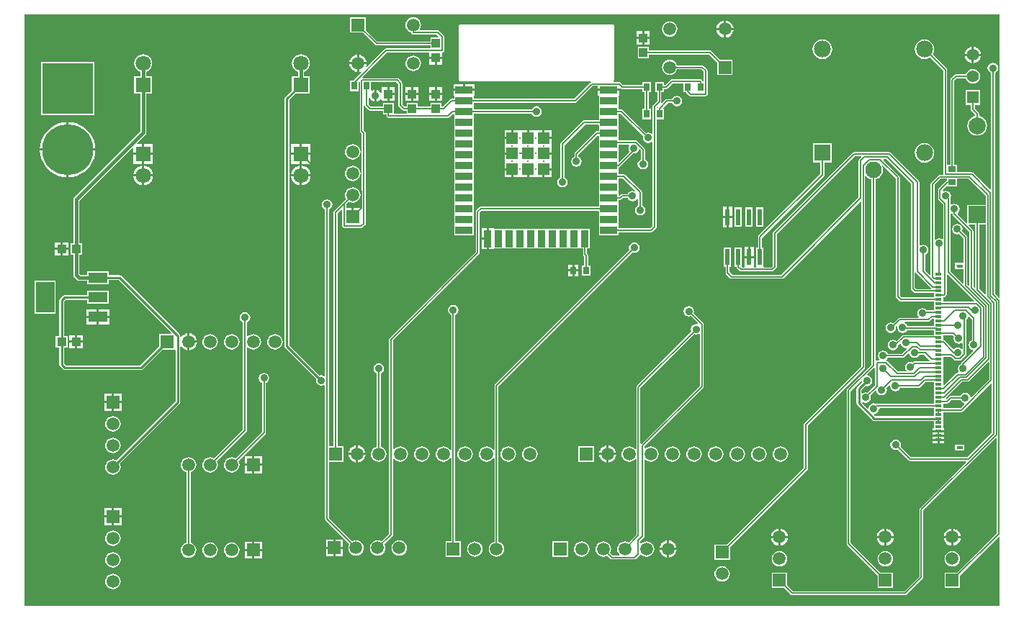
<source format=gtl>
G04*
G04 #@! TF.GenerationSoftware,Altium Limited,Altium Designer,20.1.12 (249)*
G04*
G04 Layer_Physical_Order=1*
G04 Layer_Color=255*
%FSLAX25Y25*%
%MOIN*%
G70*
G04*
G04 #@! TF.SameCoordinates,38D2292D-1979-4519-B741-68206640DF70*
G04*
G04*
G04 #@! TF.FilePolarity,Positive*
G04*
G01*
G75*
%ADD15C,0.01000*%
%ADD16C,0.00600*%
%ADD19R,0.03543X0.02756*%
%ADD20R,0.03150X0.01181*%
%ADD21R,0.03150X0.01575*%
%ADD22R,0.02200X0.07800*%
%ADD23R,0.08661X0.14173*%
%ADD24R,0.08800X0.04800*%
%ADD25R,0.03937X0.04331*%
%ADD26R,0.04331X0.03937*%
%ADD27R,0.05236X0.05236*%
%ADD28R,0.07874X0.03543*%
%ADD29R,0.03543X0.07874*%
%ADD30R,0.02756X0.03543*%
%ADD61C,0.01500*%
%ADD62R,0.05906X0.05906*%
%ADD63C,0.05906*%
%ADD64C,0.23622*%
%ADD65R,0.23622X0.23622*%
%ADD66R,0.05906X0.05906*%
%ADD67R,0.07087X0.07087*%
%ADD68C,0.07087*%
%ADD69C,0.07874*%
%ADD70R,0.07874X0.07874*%
%ADD71R,0.05512X0.05512*%
%ADD72C,0.05512*%
%ADD73C,0.07795*%
%ADD74C,0.07618*%
%ADD75R,0.07795X0.07795*%
%ADD76C,0.01181*%
%ADD77C,0.05937*%
%ADD78R,0.05937X0.05937*%
%ADD79C,0.03600*%
G36*
X444982Y191520D02*
Y187446D01*
X436463D01*
Y179188D01*
X436001Y178997D01*
X431908Y183090D01*
X431957Y183587D01*
X432230Y183770D01*
X432761Y184564D01*
X432947Y185500D01*
X432761Y186436D01*
X432230Y187230D01*
X431436Y187761D01*
X430500Y187947D01*
X429564Y187761D01*
X429218Y187530D01*
X428718Y187797D01*
Y190200D01*
X428672Y190430D01*
X428761Y190564D01*
X428947Y191500D01*
X428761Y192436D01*
X428230Y193230D01*
X427436Y193761D01*
X426500Y193947D01*
X425564Y193761D01*
X425548Y193750D01*
X425008Y193991D01*
X424974Y194227D01*
X426875Y196127D01*
X427128Y196022D01*
Y196022D01*
X431872D01*
Y199482D01*
X437020D01*
X444982Y191520D01*
D02*
G37*
G36*
X427128Y198854D02*
X427099Y198848D01*
X426801Y198649D01*
X423151Y194999D01*
X422952Y194701D01*
X422882Y194350D01*
Y190382D01*
X422952Y190031D01*
X423151Y189733D01*
X425282Y187601D01*
Y171797D01*
X424782Y171530D01*
X424436Y171761D01*
X423500Y171947D01*
X422564Y171761D01*
X421770Y171230D01*
X421718Y171152D01*
X421218Y171304D01*
Y196670D01*
X424030Y199482D01*
X427128D01*
Y198854D01*
D02*
G37*
G36*
X429585Y183189D02*
X429652Y182849D01*
X429851Y182551D01*
X437382Y175020D01*
Y150281D01*
X436920Y150090D01*
X436518Y150493D01*
Y172450D01*
X436448Y172801D01*
X436249Y173099D01*
X434100Y175248D01*
X434111Y175264D01*
X434297Y176200D01*
X434111Y177136D01*
X433580Y177930D01*
X432786Y178461D01*
X431850Y178647D01*
X430914Y178461D01*
X430120Y177930D01*
X429589Y177136D01*
X429403Y176200D01*
X429589Y175264D01*
X430120Y174470D01*
X430914Y173939D01*
X431850Y173753D01*
X432786Y173939D01*
X432802Y173950D01*
X434682Y172070D01*
Y160513D01*
X431735D01*
X431647Y160531D01*
X431558Y160513D01*
X430747D01*
Y159702D01*
X430729Y159613D01*
X430747Y159525D01*
Y157739D01*
X434682D01*
Y151284D01*
X434220Y151093D01*
X428718Y156596D01*
Y183203D01*
X429159Y183439D01*
X429585Y183189D01*
D02*
G37*
G36*
X440082Y149278D02*
X439620Y149087D01*
X439218Y149490D01*
Y175400D01*
X439148Y175751D01*
X438949Y176049D01*
X437087Y177910D01*
X437279Y178372D01*
X440082D01*
Y149278D01*
D02*
G37*
G36*
X419742Y148929D02*
X419636Y148545D01*
X419553Y148429D01*
X412880D01*
X412168Y149142D01*
Y155844D01*
X412597Y156001D01*
X412668Y156004D01*
X419742Y148929D01*
D02*
G37*
G36*
X444982Y146075D02*
X444520Y145884D01*
X441918Y148487D01*
Y178372D01*
X444982D01*
Y146075D01*
D02*
G37*
G36*
X410332Y197170D02*
Y148762D01*
X410402Y148411D01*
X410601Y148113D01*
X411851Y146863D01*
X412149Y146664D01*
X412500Y146594D01*
X420904D01*
Y144492D01*
X406156D01*
X405268Y145380D01*
Y200150D01*
X405198Y200501D01*
X404999Y200799D01*
X397658Y208140D01*
X397849Y208602D01*
X398901D01*
X410332Y197170D01*
D02*
G37*
G36*
X451500Y144649D02*
X451038Y144457D01*
X449218Y146278D01*
Y248535D01*
X449236Y248539D01*
X450030Y249070D01*
X450561Y249864D01*
X450747Y250800D01*
X450561Y251736D01*
X450030Y252530D01*
X449236Y253061D01*
X448300Y253247D01*
X447364Y253061D01*
X446570Y252530D01*
X446039Y251736D01*
X445853Y250800D01*
X446039Y249864D01*
X446570Y249070D01*
X447364Y248539D01*
X447382Y248535D01*
Y194769D01*
X446920Y194577D01*
X439249Y202249D01*
X438951Y202448D01*
X438600Y202518D01*
X431872D01*
Y205884D01*
X430418D01*
Y244870D01*
X431630Y246082D01*
X435748D01*
X436069Y245308D01*
X436607Y244606D01*
X437308Y244069D01*
X438124Y243730D01*
X439000Y243615D01*
X439876Y243730D01*
X440692Y244069D01*
X441394Y244606D01*
X441931Y245308D01*
X442270Y246124D01*
X442385Y247000D01*
X442270Y247876D01*
X441931Y248692D01*
X441394Y249394D01*
X440692Y249931D01*
X439876Y250270D01*
X439000Y250385D01*
X438124Y250270D01*
X437308Y249931D01*
X436607Y249394D01*
X436069Y248692D01*
X435748Y247918D01*
X431250D01*
X430899Y247848D01*
X430601Y247649D01*
X428851Y245899D01*
X428652Y245601D01*
X428582Y245250D01*
Y205884D01*
X427168D01*
Y249888D01*
X427098Y250239D01*
X426899Y250537D01*
X420393Y257042D01*
X420551Y257248D01*
X421004Y258342D01*
X421158Y259516D01*
X421004Y260690D01*
X420551Y261784D01*
X419830Y262723D01*
X418890Y263444D01*
X417796Y263898D01*
X416622Y264052D01*
X415448Y263898D01*
X414354Y263444D01*
X413414Y262723D01*
X412693Y261784D01*
X412240Y260690D01*
X412085Y259516D01*
X412240Y258342D01*
X412693Y257248D01*
X413414Y256308D01*
X414354Y255587D01*
X415448Y255134D01*
X416622Y254979D01*
X417796Y255134D01*
X418890Y255587D01*
X419096Y255745D01*
X425332Y249508D01*
Y201700D01*
X424899Y201318D01*
X423650D01*
X423299Y201248D01*
X423001Y201049D01*
X419651Y197699D01*
X419452Y197401D01*
X419382Y197050D01*
Y155267D01*
X418920Y155076D01*
X416918Y157079D01*
Y164235D01*
X416936Y164239D01*
X417730Y164770D01*
X418261Y165564D01*
X418447Y166500D01*
X418261Y167436D01*
X417730Y168230D01*
X416936Y168761D01*
X416000Y168947D01*
X415064Y168761D01*
X414718Y168530D01*
X414218Y168797D01*
Y198000D01*
X414148Y198351D01*
X413949Y198649D01*
X401049Y211549D01*
X400751Y211748D01*
X400400Y211818D01*
X384000D01*
X383649Y211748D01*
X383351Y211549D01*
X346651Y174849D01*
X346452Y174551D01*
X346382Y174200D01*
Y159130D01*
X345670Y158418D01*
X342583D01*
X342200Y158700D01*
X342200Y158918D01*
Y167700D01*
X341418D01*
Y172120D01*
X370027Y200729D01*
X370226Y201027D01*
X370296Y201378D01*
Y206987D01*
X373876D01*
Y215982D01*
X364880D01*
Y206987D01*
X368460D01*
Y201758D01*
X339851Y173149D01*
X339652Y172851D01*
X339582Y172500D01*
Y167700D01*
X338800D01*
Y158918D01*
X338800Y158700D01*
X338417Y158418D01*
X337600D01*
Y162700D01*
X335500D01*
X333400D01*
Y158418D01*
X332583D01*
X332200Y158700D01*
Y167700D01*
X328800D01*
Y158700D01*
X329592D01*
X329652Y158399D01*
X329851Y158101D01*
X331101Y156851D01*
X331399Y156652D01*
X331750Y156582D01*
X346050D01*
X346401Y156652D01*
X346699Y156851D01*
X347949Y158101D01*
X348148Y158399D01*
X348218Y158750D01*
Y173820D01*
X384380Y209982D01*
X387262D01*
X387453Y209520D01*
X386442Y208509D01*
X386243Y208211D01*
X386173Y207860D01*
Y190971D01*
X350220Y155018D01*
X327880D01*
X326418Y156480D01*
Y158700D01*
X327200D01*
Y167700D01*
X323800D01*
Y158700D01*
X324582D01*
Y156100D01*
X324652Y155749D01*
X324851Y155451D01*
X326851Y153451D01*
X327149Y153252D01*
X327500Y153182D01*
X350600D01*
X350951Y153252D01*
X351249Y153451D01*
X386911Y189113D01*
X387373Y188922D01*
Y112617D01*
X361051Y86295D01*
X360852Y85997D01*
X360782Y85646D01*
Y65580D01*
X325255Y30053D01*
X319447D01*
Y22947D01*
X326553D01*
Y28755D01*
X362349Y64551D01*
X362548Y64849D01*
X362618Y65200D01*
Y85266D01*
X388940Y111588D01*
X389139Y111886D01*
X389208Y112237D01*
Y200531D01*
X389682Y200692D01*
X389855Y200466D01*
X390776Y199759D01*
X391849Y199315D01*
X392082Y199284D01*
Y113371D01*
X380851Y102140D01*
X380652Y101842D01*
X380582Y101491D01*
Y30500D01*
X380652Y30149D01*
X380851Y29851D01*
X394947Y15755D01*
Y9947D01*
X402053D01*
Y17053D01*
X396245D01*
X382418Y30880D01*
Y101111D01*
X387070Y105763D01*
X387545Y105620D01*
X387652Y105139D01*
X385507Y102993D01*
X385264Y102629D01*
X385178Y102200D01*
X385178Y102200D01*
Y95500D01*
X385178Y95500D01*
X385264Y95071D01*
X385507Y94707D01*
X392550Y87664D01*
X392550Y87664D01*
X392914Y87421D01*
X393343Y87335D01*
X393343Y87335D01*
X420904D01*
Y84142D01*
X420504D01*
Y83051D01*
X423079D01*
X425654D01*
Y84142D01*
X425254D01*
Y87266D01*
Y91476D01*
X433712D01*
X434063Y91546D01*
X434361Y91745D01*
X447320Y104704D01*
X447782Y104513D01*
Y81830D01*
X436570Y70618D01*
X410280D01*
X405550Y75348D01*
X405561Y75364D01*
X405747Y76300D01*
X405561Y77236D01*
X405030Y78030D01*
X404236Y78561D01*
X403300Y78747D01*
X402364Y78561D01*
X401570Y78030D01*
X401039Y77236D01*
X400853Y76300D01*
X401039Y75364D01*
X401570Y74570D01*
X402364Y74039D01*
X403300Y73853D01*
X404236Y74039D01*
X404252Y74050D01*
X409251Y69051D01*
X409549Y68852D01*
X409900Y68782D01*
X435781D01*
X435973Y68320D01*
X414551Y46899D01*
X414352Y46601D01*
X414282Y46250D01*
Y15280D01*
X407420Y8418D01*
X355880D01*
X353053Y11245D01*
Y17053D01*
X345947D01*
Y9947D01*
X351755D01*
X354851Y6851D01*
X355149Y6652D01*
X355500Y6582D01*
X407800D01*
X408151Y6652D01*
X408449Y6851D01*
X415849Y14251D01*
X416048Y14549D01*
X416118Y14900D01*
Y45870D01*
X449720Y79473D01*
X450182Y79281D01*
Y35480D01*
X431755Y17053D01*
X425947D01*
Y9947D01*
X433053D01*
Y15755D01*
X451038Y33740D01*
X451500Y33549D01*
Y1500D01*
X0D01*
Y275500D01*
X451500D01*
Y144649D01*
D02*
G37*
G36*
X439732Y142986D02*
X439540Y142524D01*
X425254D01*
Y144626D01*
X425600D01*
X425951Y144696D01*
X426249Y144895D01*
X426849Y145494D01*
X427048Y145792D01*
X427118Y146143D01*
Y154893D01*
X427618Y155100D01*
X439732Y142986D01*
D02*
G37*
G36*
X403433Y199769D02*
Y145000D01*
X403503Y144649D01*
X403701Y144351D01*
X405127Y142926D01*
X405424Y142727D01*
X405776Y142657D01*
X420904D01*
Y138587D01*
X417660D01*
X417430Y138930D01*
X416636Y139461D01*
X415700Y139647D01*
X414764Y139461D01*
X413970Y138930D01*
X413439Y138136D01*
X413253Y137200D01*
X413439Y136264D01*
X413901Y135572D01*
X413733Y135072D01*
X405154D01*
X404803Y135002D01*
X404505Y134803D01*
X402252Y132550D01*
X401936Y132761D01*
X401000Y132947D01*
X400064Y132761D01*
X399270Y132230D01*
X398739Y131436D01*
X398553Y130500D01*
X398739Y129564D01*
X399270Y128770D01*
X400064Y128239D01*
X401000Y128053D01*
X401936Y128239D01*
X402730Y128770D01*
X403261Y129564D01*
X403447Y130500D01*
X403339Y131042D01*
X403728Y131431D01*
X404189Y131184D01*
X404053Y130500D01*
X404239Y129564D01*
X404770Y128770D01*
X405564Y128239D01*
X406500Y128053D01*
X407436Y128239D01*
X408230Y128770D01*
X408622Y129356D01*
X420904D01*
Y127118D01*
X406882D01*
X406531Y127048D01*
X406233Y126849D01*
X403661Y124277D01*
X402936Y124761D01*
X402000Y124947D01*
X401064Y124761D01*
X400270Y124230D01*
X399739Y123436D01*
X399553Y122500D01*
X399739Y121564D01*
X400270Y120770D01*
X401064Y120239D01*
X402000Y120053D01*
X402936Y120239D01*
X403730Y120770D01*
X404261Y121564D01*
X404439Y122460D01*
X405116Y123136D01*
X405658Y122972D01*
X405739Y122564D01*
X406270Y121770D01*
X407064Y121239D01*
X408000Y121053D01*
X408287Y121110D01*
X408533Y120649D01*
X406301Y118418D01*
X399764D01*
X399761Y118436D01*
X399230Y119230D01*
X398436Y119761D01*
X397500Y119947D01*
X396564Y119761D01*
X395770Y119230D01*
X395239Y118436D01*
X395053Y117500D01*
X395239Y116564D01*
X395770Y115770D01*
X395848Y115718D01*
X395696Y115218D01*
X394700D01*
X394418Y115162D01*
X394238Y115228D01*
X393918Y115461D01*
Y199284D01*
X394151Y199315D01*
X395223Y199759D01*
X396145Y200466D01*
X396851Y201387D01*
X397296Y202459D01*
X397447Y203610D01*
X397296Y204761D01*
X396986Y205510D01*
X397410Y205793D01*
X403433Y199769D01*
D02*
G37*
G36*
X420904Y131191D02*
X408810D01*
X408761Y131436D01*
X408230Y132230D01*
X407472Y132737D01*
X407468Y132773D01*
X407770Y133237D01*
X418422D01*
X418773Y133307D01*
X419071Y133505D01*
X420349Y134783D01*
X420904D01*
Y131191D01*
D02*
G37*
G36*
X430250Y126452D02*
X430239Y126436D01*
X430053Y125500D01*
X430239Y124564D01*
X430770Y123770D01*
X431564Y123239D01*
X432500Y123053D01*
X433436Y123239D01*
X433782Y123470D01*
X434282Y123203D01*
Y120804D01*
X433782Y120652D01*
X433730Y120730D01*
X432936Y121261D01*
X432000Y121447D01*
X431064Y121261D01*
X430270Y120730D01*
X429812Y120685D01*
X425959Y124539D01*
X425661Y124738D01*
X425310Y124807D01*
X425254D01*
Y126909D01*
X429793D01*
X430250Y126452D01*
D02*
G37*
G36*
X438582Y134438D02*
Y124765D01*
X438564Y124761D01*
X437770Y124230D01*
X437239Y123436D01*
X437053Y122500D01*
X437239Y121564D01*
X437770Y120770D01*
X438564Y120239D01*
X438972Y120158D01*
X439136Y119616D01*
X433851Y114330D01*
X433652Y114033D01*
X433600Y113768D01*
X433564Y113761D01*
X432770Y113230D01*
X432239Y112436D01*
X432053Y111500D01*
X432239Y110564D01*
X432470Y110218D01*
X432203Y109718D01*
X431900D01*
X431549Y109648D01*
X431251Y109449D01*
X425715Y103913D01*
X425254Y104105D01*
Y108920D01*
Y112857D01*
Y117067D01*
X428817D01*
X430233Y115651D01*
X430531Y115452D01*
X430882Y115382D01*
X433118D01*
X433469Y115452D01*
X433767Y115651D01*
X435849Y117733D01*
X436048Y118031D01*
X436118Y118382D01*
Y134194D01*
X436230Y134270D01*
X436761Y135064D01*
X436842Y135472D01*
X437385Y135636D01*
X438582Y134438D01*
D02*
G37*
G36*
X409658Y118472D02*
X409739Y118064D01*
X410270Y117270D01*
X411064Y116739D01*
X412000Y116553D01*
X412936Y116739D01*
X413730Y117270D01*
X414261Y118064D01*
X414264Y118082D01*
X416520D01*
X419137Y115465D01*
X419031Y115081D01*
X418948Y114965D01*
X411920D01*
X411569Y114895D01*
X411271Y114696D01*
X411052Y114477D01*
X411036Y114488D01*
X410100Y114674D01*
X409164Y114488D01*
X408370Y113957D01*
X407839Y113163D01*
X407653Y112227D01*
X407839Y111291D01*
X408260Y110661D01*
X408040Y110161D01*
X404280D01*
X399493Y114949D01*
X399195Y115148D01*
X399093Y115678D01*
X399230Y115770D01*
X399761Y116564D01*
X399764Y116582D01*
X406682D01*
X407033Y116652D01*
X407331Y116851D01*
X409116Y118636D01*
X409658Y118472D01*
D02*
G37*
G36*
X393682Y111668D02*
Y103830D01*
X390302Y100450D01*
X390286Y100461D01*
X389350Y100647D01*
X388414Y100461D01*
X387922Y100132D01*
X387421Y100399D01*
Y101735D01*
X389282Y103596D01*
X390000Y103453D01*
X390936Y103639D01*
X391730Y104170D01*
X392261Y104964D01*
X392447Y105900D01*
X392261Y106836D01*
X391730Y107630D01*
X390936Y108161D01*
X390301Y108287D01*
X390137Y108830D01*
X393182Y111875D01*
X393682Y111668D01*
D02*
G37*
G36*
X420904Y103014D02*
Y99077D01*
Y95280D01*
X394509D01*
X394261Y95231D01*
X394136Y95314D01*
X393200Y95500D01*
X392264Y95314D01*
X391470Y94783D01*
X390939Y93989D01*
X390801Y93293D01*
X390269Y93117D01*
X387767Y95619D01*
X387788Y95756D01*
X388329Y95996D01*
X388414Y95939D01*
X389350Y95753D01*
X390286Y95939D01*
X391080Y96470D01*
X391611Y97264D01*
X391797Y98200D01*
X391611Y99136D01*
X391600Y99152D01*
X393887Y101439D01*
X394430Y101275D01*
X394524Y100801D01*
X395054Y100007D01*
X395848Y99477D01*
X396785Y99290D01*
X397721Y99477D01*
X398515Y100007D01*
X399045Y100801D01*
X399232Y101737D01*
X399045Y102674D01*
X399035Y102690D01*
X400342Y103997D01*
X400803Y103751D01*
X400753Y103500D01*
X400939Y102564D01*
X401470Y101770D01*
X402264Y101239D01*
X403200Y101053D01*
X404136Y101239D01*
X404930Y101770D01*
X405461Y102564D01*
X405465Y102582D01*
X413980D01*
X414331Y102652D01*
X414629Y102851D01*
X417033Y105256D01*
X420904D01*
Y103014D01*
D02*
G37*
G36*
X446582Y114419D02*
Y106562D01*
X438384Y98364D01*
X437842Y98528D01*
X437761Y98936D01*
X437230Y99730D01*
X436436Y100261D01*
X435500Y100447D01*
X434564Y100261D01*
X433770Y99730D01*
X433239Y98936D01*
X433236Y98918D01*
X428800D01*
X428449Y98848D01*
X428151Y98649D01*
X426996Y97493D01*
X426946Y97480D01*
X426854Y97506D01*
X426708Y98067D01*
X434123Y105482D01*
X436613D01*
X436964Y105552D01*
X437261Y105751D01*
X446120Y114610D01*
X446582Y114419D01*
D02*
G37*
G36*
X433239Y97064D02*
X433770Y96270D01*
X434564Y95739D01*
X434972Y95658D01*
X435136Y95116D01*
X433332Y93311D01*
X425254D01*
Y95413D01*
X427131D01*
X427482Y95483D01*
X427780Y95682D01*
X429180Y97082D01*
X433236D01*
X433239Y97064D01*
D02*
G37*
G36*
X420904Y89578D02*
X393808D01*
X393264Y90122D01*
X393440Y90654D01*
X394136Y90792D01*
X394930Y91323D01*
X395461Y92116D01*
X395647Y93053D01*
X395646Y93058D01*
X395963Y93445D01*
X420904D01*
Y89578D01*
D02*
G37*
%LPC*%
G36*
X324795Y272795D02*
Y269358D01*
X328232D01*
X328162Y269894D01*
X327762Y270860D01*
X327126Y271689D01*
X326297Y272325D01*
X325331Y272725D01*
X324795Y272795D01*
D02*
G37*
G36*
X323795D02*
X323259Y272725D01*
X322294Y272325D01*
X321465Y271689D01*
X320829Y270860D01*
X320429Y269894D01*
X320358Y269358D01*
X323795D01*
Y272795D01*
D02*
G37*
G36*
X298705Y272458D02*
X297773Y272335D01*
X296905Y271975D01*
X296160Y271403D01*
X295588Y270658D01*
X295228Y269790D01*
X295106Y268858D01*
X295228Y267927D01*
X295588Y267059D01*
X296160Y266313D01*
X296905Y265741D01*
X297773Y265382D01*
X298705Y265259D01*
X299636Y265382D01*
X300504Y265741D01*
X301250Y266313D01*
X301822Y267059D01*
X302181Y267927D01*
X302304Y268858D01*
X302181Y269790D01*
X301822Y270658D01*
X301250Y271403D01*
X300504Y271975D01*
X299636Y272335D01*
X298705Y272458D01*
D02*
G37*
G36*
X289469Y267858D02*
X287000D01*
Y265193D01*
X289469D01*
Y267858D01*
D02*
G37*
G36*
X286000D02*
X283531D01*
Y265193D01*
X286000D01*
Y267858D01*
D02*
G37*
G36*
X328232Y268358D02*
X324795D01*
Y264921D01*
X325331Y264992D01*
X326297Y265392D01*
X327126Y266028D01*
X327762Y266857D01*
X328162Y267822D01*
X328232Y268358D01*
D02*
G37*
G36*
X323795D02*
X320358D01*
X320429Y267822D01*
X320829Y266857D01*
X321465Y266028D01*
X322294Y265392D01*
X323259Y264992D01*
X323795Y264921D01*
Y268358D01*
D02*
G37*
G36*
X180000Y274316D02*
X179068Y274193D01*
X178200Y273834D01*
X177455Y273262D01*
X176883Y272516D01*
X176523Y271648D01*
X176401Y270717D01*
X176523Y269785D01*
X176883Y268917D01*
X177455Y268172D01*
X178200Y267600D01*
X179068Y267240D01*
X179115Y267234D01*
X179152Y267049D01*
X179351Y266751D01*
X179451Y266651D01*
X179749Y266452D01*
X180100Y266382D01*
X190870D01*
X191832Y265420D01*
X191641Y264958D01*
X187932D01*
Y263111D01*
X163313D01*
X157978Y268446D01*
Y274285D01*
X150841D01*
Y267148D01*
X156680D01*
X162284Y261544D01*
X162582Y261345D01*
X162933Y261275D01*
X187932D01*
Y259818D01*
X167519D01*
X167168Y259748D01*
X166870Y259549D01*
X158486Y251164D01*
X158062Y251447D01*
X158276Y251964D01*
X158346Y252500D01*
X154909D01*
Y249063D01*
X155445Y249134D01*
X155962Y249348D01*
X156245Y248924D01*
X152193Y244872D01*
X150617D01*
Y240128D01*
X154572D01*
Y244422D01*
X154782Y244580D01*
X155282Y244330D01*
Y221500D01*
X155352Y221149D01*
X155551Y220851D01*
X156182Y220220D01*
Y186358D01*
X155953Y185953D01*
X152500D01*
Y182000D01*
X151500D01*
Y185953D01*
X149018D01*
Y187720D01*
X150200Y188903D01*
X150208Y188897D01*
X151073Y188539D01*
X152000Y188417D01*
X152927Y188539D01*
X153792Y188897D01*
X154534Y189466D01*
X155103Y190208D01*
X155461Y191073D01*
X155583Y192000D01*
X155461Y192927D01*
X155103Y193792D01*
X154534Y194534D01*
X153792Y195103D01*
X152927Y195461D01*
X152000Y195583D01*
X151073Y195461D01*
X150208Y195103D01*
X149466Y194534D01*
X148897Y193792D01*
X148539Y192927D01*
X148417Y192000D01*
X148539Y191073D01*
X148897Y190208D01*
X148903Y190200D01*
X147451Y188749D01*
X147451Y188749D01*
X143351Y184649D01*
X143152Y184351D01*
X143082Y184000D01*
Y75553D01*
X141018D01*
Y185236D01*
X141036Y185239D01*
X141830Y185770D01*
X142361Y186564D01*
X142547Y187500D01*
X142361Y188436D01*
X141830Y189230D01*
X141036Y189761D01*
X140100Y189947D01*
X139164Y189761D01*
X138370Y189230D01*
X137839Y188436D01*
X137653Y187500D01*
X137839Y186564D01*
X138370Y185770D01*
X139164Y185239D01*
X139182Y185236D01*
Y108397D01*
X138682Y108130D01*
X138336Y108361D01*
X137400Y108547D01*
X136682Y108404D01*
X122622Y122465D01*
Y236035D01*
X125443Y238857D01*
X132143D01*
Y247143D01*
X129376D01*
Y249085D01*
X130089Y249381D01*
X130955Y250045D01*
X131619Y250910D01*
X132037Y251918D01*
X132179Y253000D01*
X132037Y254082D01*
X131619Y255089D01*
X130955Y255955D01*
X130089Y256619D01*
X129082Y257037D01*
X128000Y257179D01*
X126918Y257037D01*
X125910Y256619D01*
X125045Y255955D01*
X124381Y255089D01*
X123963Y254082D01*
X123821Y253000D01*
X123963Y251918D01*
X124381Y250910D01*
X125045Y250045D01*
X125910Y249381D01*
X126624Y249085D01*
Y247143D01*
X123857D01*
Y240443D01*
X120707Y237293D01*
X120464Y236929D01*
X120378Y236500D01*
X120378Y236500D01*
Y122000D01*
X120378Y122000D01*
X120464Y121571D01*
X120707Y121207D01*
X135096Y106818D01*
X134953Y106100D01*
X135139Y105164D01*
X135670Y104370D01*
X136464Y103839D01*
X137400Y103653D01*
X138336Y103839D01*
X138682Y104070D01*
X139182Y103803D01*
Y41900D01*
X139252Y41549D01*
X139451Y41251D01*
X150403Y30300D01*
X150397Y30292D01*
X150039Y29427D01*
X149917Y28500D01*
X150039Y27573D01*
X150397Y26708D01*
X150966Y25966D01*
X151708Y25397D01*
X152573Y25039D01*
X153500Y24917D01*
X154427Y25039D01*
X155292Y25397D01*
X156034Y25966D01*
X156603Y26708D01*
X156961Y27573D01*
X157083Y28500D01*
X156961Y29427D01*
X156603Y30292D01*
X156034Y31034D01*
X155292Y31603D01*
X154427Y31961D01*
X153500Y32083D01*
X152573Y31961D01*
X151708Y31603D01*
X151700Y31597D01*
X141018Y42280D01*
Y68447D01*
X147553D01*
Y75553D01*
X144918D01*
Y183620D01*
X146720Y185423D01*
X147182Y185231D01*
Y177600D01*
X147252Y177249D01*
X147451Y176951D01*
X147551Y176851D01*
X147849Y176652D01*
X148200Y176582D01*
X155850D01*
X156201Y176652D01*
X156499Y176851D01*
X157749Y178101D01*
X157948Y178399D01*
X158018Y178750D01*
Y220600D01*
X157948Y220951D01*
X157749Y221249D01*
X157118Y221880D01*
Y233274D01*
X157618Y233323D01*
X157652Y233149D01*
X157851Y232851D01*
X159351Y231351D01*
X159649Y231152D01*
X160000Y231082D01*
X165931D01*
Y229235D01*
X167582D01*
Y228800D01*
X167652Y228449D01*
X167851Y228151D01*
X167951Y228051D01*
X168249Y227852D01*
X168600Y227782D01*
X196000D01*
X196351Y227852D01*
X196649Y228051D01*
X198216Y229619D01*
X198817D01*
X198998Y229437D01*
X198998Y228209D01*
X198998Y227837D01*
Y223580D01*
X198998Y223209D01*
X198998Y222837D01*
Y218580D01*
X198998Y218209D01*
X198998Y217837D01*
Y213580D01*
X198998Y213209D01*
X198998Y212837D01*
Y208580D01*
X198998Y208209D01*
X198998Y207837D01*
Y203580D01*
X198998Y203209D01*
X198998Y202837D01*
Y198580D01*
X198998Y198209D01*
X198998Y197837D01*
Y193580D01*
X198998Y193209D01*
X198998Y192837D01*
Y188580D01*
X198998Y188209D01*
X198998Y187837D01*
Y183580D01*
X198998Y183209D01*
X198998Y182837D01*
Y178580D01*
X198998Y178209D01*
X198998Y177837D01*
Y173337D01*
X208072D01*
Y177837D01*
X208072Y178209D01*
X208072Y178580D01*
Y182837D01*
X208072Y183209D01*
X208072Y183580D01*
Y187837D01*
X208072Y188209D01*
X208072Y188580D01*
Y192837D01*
X208072Y193209D01*
X208072Y193580D01*
Y197837D01*
X208072Y198209D01*
X208072Y198580D01*
Y202837D01*
X208072Y203209D01*
X208072Y203580D01*
Y207837D01*
X208072Y208209D01*
X208072Y208580D01*
Y212837D01*
X208072Y213209D01*
X208072Y213580D01*
Y217837D01*
X208072Y218209D01*
X208072Y218580D01*
Y222837D01*
X208072Y223209D01*
X208072Y223580D01*
Y227837D01*
X208072Y228209D01*
X208072Y228580D01*
Y229791D01*
X234735D01*
X234739Y229772D01*
X235270Y228978D01*
X236064Y228448D01*
X237000Y228262D01*
X237936Y228448D01*
X238730Y228978D01*
X239261Y229772D01*
X239447Y230709D01*
X239261Y231645D01*
X238730Y232439D01*
X237936Y232969D01*
X237000Y233156D01*
X236064Y232969D01*
X235270Y232439D01*
X234739Y231645D01*
X234735Y231626D01*
X208072D01*
Y233080D01*
X208072D01*
Y233337D01*
X208072D01*
Y234791D01*
X254909D01*
X255260Y234861D01*
X255557Y235060D01*
X262980Y242482D01*
X265528D01*
Y241209D01*
X275402D01*
Y241447D01*
X275864Y241639D01*
X276151Y241351D01*
X276449Y241152D01*
X276800Y241082D01*
X286069D01*
Y239628D01*
X287130D01*
Y235747D01*
X287177Y235510D01*
Y231872D01*
X286116D01*
Y227128D01*
X290072D01*
Y231872D01*
X289012D01*
Y235700D01*
X288965Y235937D01*
Y239628D01*
X290025D01*
Y244372D01*
X286069D01*
Y242918D01*
X277180D01*
X276049Y244049D01*
X275751Y244248D01*
X275400Y244318D01*
X272710D01*
X272610Y244818D01*
X272892Y244935D01*
X273082Y245394D01*
Y270197D01*
X272892Y270656D01*
X272433Y270846D01*
X201567D01*
X201108Y270656D01*
X200918Y270197D01*
Y245394D01*
X201108Y244935D01*
X201567Y244744D01*
X262182D01*
X262249Y244248D01*
X261951Y244049D01*
X254528Y236626D01*
X208072D01*
Y237937D01*
X208472D01*
Y240209D01*
X198598D01*
Y237937D01*
X198998D01*
Y236626D01*
X197609D01*
X197257Y236556D01*
X196960Y236357D01*
X193569Y232966D01*
X193069Y233035D01*
Y234765D01*
X187932D01*
Y232918D01*
X182069D01*
Y234765D01*
X176932D01*
Y232918D01*
X176130D01*
X174918Y234130D01*
Y243750D01*
X174848Y244101D01*
X174649Y244399D01*
X173227Y245821D01*
X172929Y246020D01*
X172578Y246090D01*
X156714D01*
X156507Y246590D01*
X167899Y257982D01*
X187531D01*
Y256000D01*
X190500D01*
X193468D01*
Y258016D01*
X193651Y258052D01*
X193949Y258251D01*
X194049Y258351D01*
X194248Y258649D01*
X194318Y259000D01*
Y265150D01*
X194248Y265501D01*
X194049Y265799D01*
X191899Y267949D01*
X191601Y268148D01*
X191250Y268218D01*
X183146D01*
X182925Y268666D01*
X183117Y268917D01*
X183477Y269785D01*
X183599Y270717D01*
X183477Y271648D01*
X183117Y272516D01*
X182545Y273262D01*
X181800Y273834D01*
X180932Y274193D01*
X180000Y274316D01*
D02*
G37*
G36*
X289469Y264193D02*
X287000D01*
Y261528D01*
X289469D01*
Y264193D01*
D02*
G37*
G36*
X286000D02*
X283531D01*
Y261528D01*
X286000D01*
Y264193D01*
D02*
G37*
G36*
X439500Y260565D02*
Y257343D01*
X442723D01*
X442659Y257823D01*
X442281Y258737D01*
X441679Y259521D01*
X440894Y260123D01*
X439981Y260502D01*
X439500Y260565D01*
D02*
G37*
G36*
X438500D02*
X438020Y260502D01*
X437106Y260123D01*
X436321Y259521D01*
X435719Y258737D01*
X435341Y257823D01*
X435278Y257343D01*
X438500D01*
Y260565D01*
D02*
G37*
G36*
X369378Y264052D02*
X368204Y263898D01*
X367110Y263444D01*
X366170Y262723D01*
X365449Y261784D01*
X364996Y260690D01*
X364842Y259516D01*
X364996Y258342D01*
X365449Y257248D01*
X366170Y256308D01*
X367110Y255587D01*
X368204Y255134D01*
X369378Y254979D01*
X370552Y255134D01*
X371646Y255587D01*
X372586Y256308D01*
X373307Y257248D01*
X373760Y258342D01*
X373914Y259516D01*
X373760Y260690D01*
X373307Y261784D01*
X372586Y262723D01*
X371646Y263444D01*
X370552Y263898D01*
X369378Y264052D01*
D02*
G37*
G36*
X154909Y256937D02*
Y253500D01*
X158346D01*
X158276Y254036D01*
X157876Y255001D01*
X157240Y255830D01*
X156411Y256467D01*
X155445Y256866D01*
X154909Y256937D01*
D02*
G37*
G36*
X153909D02*
X153373Y256866D01*
X152408Y256467D01*
X151579Y255830D01*
X150943Y255001D01*
X150543Y254036D01*
X150472Y253500D01*
X153909D01*
Y256937D01*
D02*
G37*
G36*
X442723Y256343D02*
X439500D01*
Y253120D01*
X439981Y253183D01*
X440894Y253562D01*
X441679Y254164D01*
X442281Y254948D01*
X442659Y255862D01*
X442723Y256343D01*
D02*
G37*
G36*
X438500D02*
X435278D01*
X435341Y255862D01*
X435719Y254948D01*
X436321Y254164D01*
X437106Y253562D01*
X438020Y253183D01*
X438500Y253120D01*
Y256343D01*
D02*
G37*
G36*
X193468Y255000D02*
X191000D01*
Y252335D01*
X193468D01*
Y255000D01*
D02*
G37*
G36*
X190000D02*
X187531D01*
Y252335D01*
X190000D01*
Y255000D01*
D02*
G37*
G36*
X180000Y256599D02*
X179068Y256477D01*
X178200Y256117D01*
X177455Y255545D01*
X176883Y254800D01*
X176523Y253932D01*
X176401Y253000D01*
X176523Y252068D01*
X176883Y251200D01*
X177455Y250455D01*
X178200Y249883D01*
X179068Y249523D01*
X180000Y249401D01*
X180932Y249523D01*
X181800Y249883D01*
X182545Y250455D01*
X183117Y251200D01*
X183477Y252068D01*
X183599Y253000D01*
X183477Y253932D01*
X183117Y254800D01*
X182545Y255545D01*
X181800Y256117D01*
X180932Y256477D01*
X180000Y256599D01*
D02*
G37*
G36*
X153909Y252500D02*
X150472D01*
X150543Y251964D01*
X150943Y250999D01*
X151579Y250170D01*
X152408Y249534D01*
X153373Y249134D01*
X153909Y249063D01*
Y252500D01*
D02*
G37*
G36*
X289069Y260765D02*
X283931D01*
Y255235D01*
X289069D01*
Y257082D01*
X317057D01*
X320727Y253413D01*
Y247573D01*
X327864D01*
Y254710D01*
X322024D01*
X318086Y258649D01*
X317788Y258848D01*
X317437Y258918D01*
X289069D01*
Y260765D01*
D02*
G37*
G36*
X298705Y254741D02*
X297773Y254618D01*
X296905Y254259D01*
X296160Y253687D01*
X295588Y252941D01*
X295228Y252073D01*
X295106Y251142D01*
X295228Y250210D01*
X295588Y249342D01*
X296160Y248597D01*
X296905Y248025D01*
X297773Y247665D01*
X298705Y247543D01*
X299636Y247665D01*
X300504Y248025D01*
X301250Y248597D01*
X301822Y249342D01*
X302181Y250210D01*
X302183Y250224D01*
X313428D01*
X314382Y249270D01*
Y244827D01*
X313882Y244777D01*
X313848Y244951D01*
X313649Y245249D01*
X313549Y245349D01*
X313251Y245548D01*
X312900Y245618D01*
X299700D01*
X299349Y245548D01*
X299051Y245349D01*
X296620Y242918D01*
X295931D01*
Y244372D01*
X291975D01*
Y239628D01*
X293035D01*
Y235733D01*
X291051Y233749D01*
X290852Y233451D01*
X290782Y233100D01*
Y220548D01*
X290282Y220335D01*
X289645Y220761D01*
X288709Y220947D01*
X287772Y220761D01*
X287756Y220750D01*
X277149Y231358D01*
X276851Y231556D01*
X276500Y231626D01*
X275355D01*
X275002Y231980D01*
X275002Y233209D01*
X275002Y233580D01*
Y237937D01*
X275402D01*
Y240209D01*
X265528D01*
Y237937D01*
X265928D01*
Y233580D01*
X265928Y233209D01*
X265928Y232837D01*
Y228580D01*
X265928Y228209D01*
X265928Y227837D01*
Y226626D01*
X259200D01*
X258849Y226556D01*
X258551Y226358D01*
X248351Y216158D01*
X248152Y215860D01*
X248082Y215509D01*
Y200265D01*
X248064Y200261D01*
X247270Y199730D01*
X246739Y198936D01*
X246553Y198000D01*
X246739Y197064D01*
X247270Y196270D01*
X248064Y195739D01*
X249000Y195553D01*
X249936Y195739D01*
X250730Y196270D01*
X251261Y197064D01*
X251447Y198000D01*
X251261Y198936D01*
X250730Y199730D01*
X249936Y200261D01*
X249918Y200265D01*
Y215128D01*
X259580Y224791D01*
X265574D01*
X265928Y224437D01*
X265928Y223209D01*
X265928Y222837D01*
Y221626D01*
X265209D01*
X264857Y221556D01*
X264560Y221357D01*
X254851Y211649D01*
X254652Y211351D01*
X254582Y211000D01*
Y209765D01*
X254564Y209761D01*
X253770Y209230D01*
X253239Y208436D01*
X253053Y207500D01*
X253239Y206564D01*
X253770Y205770D01*
X254564Y205239D01*
X255500Y205053D01*
X256436Y205239D01*
X257230Y205770D01*
X257761Y206564D01*
X257947Y207500D01*
X257761Y208436D01*
X257230Y209230D01*
X256436Y209761D01*
X256418Y209765D01*
Y210620D01*
X265428Y219630D01*
X265928Y219423D01*
X265928Y218209D01*
X265928Y217837D01*
Y213580D01*
X265928Y213209D01*
X265928Y212837D01*
Y208580D01*
X265928Y208209D01*
X265928Y207837D01*
Y203580D01*
X265928Y203209D01*
X265928Y202837D01*
Y198580D01*
X265928Y198209D01*
X265928Y197837D01*
Y193580D01*
X265928Y193209D01*
X265928Y192837D01*
Y188580D01*
X265928Y188209D01*
X265928Y187837D01*
Y186626D01*
X211250D01*
X210899Y186556D01*
X210601Y186357D01*
X209151Y184907D01*
X208952Y184610D01*
X208882Y184259D01*
Y165580D01*
X169051Y125749D01*
X168852Y125451D01*
X168782Y125100D01*
Y35080D01*
X165300Y31597D01*
X165292Y31603D01*
X164427Y31961D01*
X163500Y32083D01*
X162573Y31961D01*
X161708Y31603D01*
X160966Y31034D01*
X160397Y30292D01*
X160039Y29427D01*
X159917Y28500D01*
X160039Y27573D01*
X160397Y26708D01*
X160966Y25966D01*
X161708Y25397D01*
X162573Y25039D01*
X163500Y24917D01*
X164427Y25039D01*
X165292Y25397D01*
X166034Y25966D01*
X166603Y26708D01*
X166961Y27573D01*
X167083Y28500D01*
X166961Y29427D01*
X166603Y30292D01*
X166597Y30300D01*
X170349Y34051D01*
X170548Y34349D01*
X170618Y34700D01*
Y69751D01*
X171118Y69920D01*
X171466Y69466D01*
X172208Y68897D01*
X173073Y68539D01*
X174000Y68417D01*
X174927Y68539D01*
X175792Y68897D01*
X176534Y69466D01*
X177103Y70208D01*
X177461Y71073D01*
X177583Y72000D01*
X177461Y72927D01*
X177103Y73792D01*
X176534Y74534D01*
X175792Y75103D01*
X174927Y75461D01*
X174000Y75583D01*
X173073Y75461D01*
X172208Y75103D01*
X171466Y74534D01*
X171118Y74080D01*
X170618Y74249D01*
Y124720D01*
X210449Y164551D01*
X210648Y164849D01*
X210718Y165200D01*
Y183879D01*
X211630Y184791D01*
X265574D01*
X265928Y184437D01*
X265928Y183209D01*
X265928Y182837D01*
Y178580D01*
X265928Y178209D01*
X265928Y177837D01*
Y173337D01*
X275002D01*
Y174791D01*
X290000D01*
X290351Y174861D01*
X290649Y175060D01*
X292349Y176760D01*
X292548Y177057D01*
X292618Y177409D01*
Y227128D01*
X295978D01*
Y231872D01*
X295823D01*
X295631Y232334D01*
X297880Y234582D01*
X299735D01*
X299739Y234564D01*
X300270Y233770D01*
X301064Y233239D01*
X302000Y233053D01*
X302936Y233239D01*
X303730Y233770D01*
X304261Y234564D01*
X304447Y235500D01*
X304261Y236436D01*
X303730Y237230D01*
X302936Y237761D01*
X302000Y237947D01*
X301064Y237761D01*
X300270Y237230D01*
X299739Y236436D01*
X299735Y236418D01*
X297500D01*
X297149Y236348D01*
X296851Y236149D01*
X293351Y232649D01*
X293152Y232351D01*
X293118Y232177D01*
X292618Y232226D01*
Y232720D01*
X294602Y234704D01*
X294801Y235002D01*
X294870Y235353D01*
Y239628D01*
X295931D01*
Y241082D01*
X297000D01*
X297351Y241152D01*
X297649Y241351D01*
X300080Y243782D01*
X305116D01*
Y239628D01*
X306260D01*
X306446Y239351D01*
X307746Y238051D01*
X308043Y237852D01*
X308394Y237782D01*
X315200D01*
X315551Y237852D01*
X315849Y238051D01*
X315949Y238151D01*
X316148Y238449D01*
X316218Y238800D01*
Y249650D01*
X316148Y250001D01*
X315949Y250299D01*
X314457Y251791D01*
X314159Y251990D01*
X313808Y252059D01*
X302183D01*
X302181Y252073D01*
X301822Y252941D01*
X301250Y253687D01*
X300504Y254259D01*
X299636Y254618D01*
X298705Y254741D01*
D02*
G37*
G36*
X208472Y243480D02*
X204035D01*
Y241209D01*
X208472D01*
Y243480D01*
D02*
G37*
G36*
X203035D02*
X198598D01*
Y241209D01*
X203035D01*
Y243480D01*
D02*
G37*
G36*
X193468Y241858D02*
X191000D01*
Y239193D01*
X193468D01*
Y241858D01*
D02*
G37*
G36*
X182468D02*
X180000D01*
Y239193D01*
X182468D01*
Y241858D01*
D02*
G37*
G36*
X190000D02*
X187531D01*
Y239193D01*
X190000D01*
Y241858D01*
D02*
G37*
G36*
X179000D02*
X176532D01*
Y239193D01*
X179000D01*
Y241858D01*
D02*
G37*
G36*
X193468Y238193D02*
X191000D01*
Y235528D01*
X193468D01*
Y238193D01*
D02*
G37*
G36*
X190000D02*
X187531D01*
Y235528D01*
X190000D01*
Y238193D01*
D02*
G37*
G36*
X182468D02*
X180000D01*
Y235528D01*
X182468D01*
Y238193D01*
D02*
G37*
G36*
X179000D02*
X176532D01*
Y235528D01*
X179000D01*
Y238193D01*
D02*
G37*
G36*
X32411Y253757D02*
X7589D01*
Y228935D01*
X32411D01*
Y253757D01*
D02*
G37*
G36*
X442356Y240513D02*
X435644D01*
Y233802D01*
X438082D01*
Y231600D01*
X438152Y231249D01*
X438351Y230951D01*
X440082Y229220D01*
Y228546D01*
X439816Y228511D01*
X438712Y228054D01*
X437764Y227326D01*
X437037Y226379D01*
X436580Y225275D01*
X436424Y224091D01*
X436580Y222906D01*
X437037Y221802D01*
X437764Y220855D01*
X438712Y220128D01*
X439816Y219670D01*
X441000Y219514D01*
X442184Y219670D01*
X443288Y220128D01*
X444236Y220855D01*
X444963Y221802D01*
X445420Y222906D01*
X445576Y224091D01*
X445420Y225275D01*
X444963Y226379D01*
X444236Y227326D01*
X443288Y228054D01*
X442184Y228511D01*
X441918Y228546D01*
Y229600D01*
X441848Y229951D01*
X441649Y230249D01*
X439918Y231980D01*
Y233802D01*
X442356D01*
Y240513D01*
D02*
G37*
G36*
X243905Y222024D02*
X240787D01*
Y218906D01*
X243905D01*
Y222024D01*
D02*
G37*
G36*
X225339D02*
X222220D01*
Y218906D01*
X225339D01*
Y222024D01*
D02*
G37*
G36*
X239787D02*
X233563D01*
Y218406D01*
X232563D01*
Y222024D01*
X226339D01*
Y218406D01*
X225839D01*
Y217906D01*
X222220D01*
Y214788D01*
Y211681D01*
X225839D01*
Y210681D01*
X222220D01*
Y207563D01*
Y204457D01*
X225839D01*
Y203957D01*
X226339D01*
Y200339D01*
X232563D01*
Y203957D01*
X233563D01*
Y200339D01*
X239787D01*
Y203957D01*
X240287D01*
Y204457D01*
X243905D01*
Y207563D01*
Y210681D01*
X240287D01*
Y211681D01*
X243905D01*
Y214788D01*
Y217906D01*
X240287D01*
Y218406D01*
X239787D01*
Y222024D01*
D02*
G37*
G36*
X20500Y225811D02*
Y213500D01*
X32811D01*
X32692Y215010D01*
X32222Y216971D01*
X31450Y218834D01*
X30396Y220553D01*
X29087Y222087D01*
X27553Y223396D01*
X25834Y224450D01*
X23971Y225222D01*
X22010Y225692D01*
X20500Y225811D01*
D02*
G37*
G36*
X19500D02*
X17990Y225692D01*
X16029Y225222D01*
X14166Y224450D01*
X12447Y223396D01*
X10913Y222087D01*
X9604Y220553D01*
X8550Y218834D01*
X7778Y216971D01*
X7308Y215010D01*
X7189Y213500D01*
X19500D01*
Y225811D01*
D02*
G37*
G36*
X132543Y215543D02*
X128500D01*
Y211500D01*
X132543D01*
Y215543D01*
D02*
G37*
G36*
X59543D02*
X55500D01*
Y211500D01*
X59543D01*
Y215543D01*
D02*
G37*
G36*
X127500D02*
X123457D01*
Y211500D01*
X127500D01*
Y215543D01*
D02*
G37*
G36*
X55000Y257179D02*
X53918Y257037D01*
X52911Y256619D01*
X52045Y255955D01*
X51381Y255089D01*
X50963Y254082D01*
X50821Y253000D01*
X50963Y251918D01*
X51381Y250910D01*
X52045Y250045D01*
X52911Y249381D01*
X53624Y249085D01*
Y247143D01*
X50857D01*
Y238857D01*
X53624D01*
Y221570D01*
X23027Y190973D01*
X22728Y190527D01*
X22624Y190000D01*
Y169569D01*
X21235D01*
Y164432D01*
X22624D01*
Y155000D01*
X22728Y154473D01*
X23027Y154027D01*
X24327Y152727D01*
X24773Y152428D01*
X25300Y152323D01*
X25300Y152324D01*
X29000D01*
Y150700D01*
X39000D01*
Y152578D01*
X43635D01*
X68199Y128015D01*
X68008Y127553D01*
X62447D01*
Y122033D01*
X53535Y113122D01*
X19215D01*
X18429Y113907D01*
Y121432D01*
X20073D01*
Y126568D01*
X18429D01*
Y142693D01*
X19215Y143478D01*
X29000D01*
Y141600D01*
X39000D01*
Y147600D01*
X29000D01*
Y145722D01*
X18750D01*
X18750Y145722D01*
X18321Y145636D01*
X17957Y145393D01*
X17957Y145393D01*
X16514Y143950D01*
X16271Y143586D01*
X16186Y143157D01*
X16186Y143157D01*
Y126568D01*
X14542D01*
Y121432D01*
X16186D01*
Y113443D01*
X16186Y113443D01*
X16271Y113014D01*
X16514Y112650D01*
X17957Y111207D01*
X17957Y111207D01*
X18321Y110964D01*
X18750Y110878D01*
X18750Y110878D01*
X54000D01*
X54000Y110878D01*
X54429Y110964D01*
X54793Y111207D01*
X64033Y120447D01*
X69553D01*
X69878Y120082D01*
Y96465D01*
X42598Y69184D01*
X41927Y69461D01*
X41000Y69583D01*
X40073Y69461D01*
X39208Y69103D01*
X38466Y68534D01*
X37897Y67792D01*
X37539Y66927D01*
X37417Y66000D01*
X37539Y65073D01*
X37897Y64208D01*
X38466Y63466D01*
X39208Y62897D01*
X40073Y62539D01*
X41000Y62417D01*
X41927Y62539D01*
X42792Y62897D01*
X43534Y63466D01*
X44103Y64208D01*
X44461Y65073D01*
X44583Y66000D01*
X44461Y66927D01*
X44184Y67598D01*
X71793Y95207D01*
X71793Y95207D01*
X72036Y95571D01*
X72122Y96000D01*
X72122Y96000D01*
Y121779D01*
X72215Y121829D01*
X72622Y121910D01*
X73181Y121181D01*
X74007Y120547D01*
X74968Y120149D01*
X75500Y120079D01*
Y124000D01*
Y127921D01*
X74968Y127851D01*
X74007Y127453D01*
X73181Y126819D01*
X72622Y126090D01*
X72215Y126171D01*
X72122Y126221D01*
Y126800D01*
X72036Y127229D01*
X71793Y127593D01*
X71793Y127593D01*
X44893Y154493D01*
X44529Y154736D01*
X44100Y154822D01*
X44100Y154822D01*
X39000D01*
Y156700D01*
X29000D01*
Y155076D01*
X25870D01*
X25376Y155570D01*
Y164432D01*
X26765D01*
Y169569D01*
X25376D01*
Y189430D01*
X49995Y214048D01*
X50457Y213857D01*
Y211500D01*
X54500D01*
Y215543D01*
X52143D01*
X51952Y216005D01*
X55973Y220027D01*
X56272Y220473D01*
X56376Y221000D01*
Y238857D01*
X59143D01*
Y247143D01*
X56376D01*
Y249085D01*
X57090Y249381D01*
X57955Y250045D01*
X58619Y250910D01*
X59037Y251918D01*
X59179Y253000D01*
X59037Y254082D01*
X58619Y255089D01*
X57955Y255955D01*
X57090Y256619D01*
X56082Y257037D01*
X55000Y257179D01*
D02*
G37*
G36*
X152000Y215583D02*
X151073Y215461D01*
X150208Y215103D01*
X149466Y214534D01*
X148897Y213792D01*
X148539Y212927D01*
X148417Y212000D01*
X148539Y211073D01*
X148897Y210208D01*
X149466Y209466D01*
X150208Y208897D01*
X151073Y208539D01*
X152000Y208417D01*
X152927Y208539D01*
X153792Y208897D01*
X154534Y209466D01*
X155103Y210208D01*
X155461Y211073D01*
X155583Y212000D01*
X155461Y212927D01*
X155103Y213792D01*
X154534Y214534D01*
X153792Y215103D01*
X152927Y215461D01*
X152000Y215583D01*
D02*
G37*
G36*
X416622Y216021D02*
X415448Y215866D01*
X414354Y215413D01*
X413414Y214692D01*
X412693Y213752D01*
X412240Y212658D01*
X412085Y211484D01*
X412240Y210310D01*
X412693Y209216D01*
X413414Y208277D01*
X414354Y207556D01*
X415448Y207102D01*
X416622Y206948D01*
X417796Y207102D01*
X418890Y207556D01*
X419830Y208277D01*
X420551Y209216D01*
X421004Y210310D01*
X421158Y211484D01*
X421004Y212658D01*
X420551Y213752D01*
X419830Y214692D01*
X418890Y215413D01*
X417796Y215866D01*
X416622Y216021D01*
D02*
G37*
G36*
X132543Y210500D02*
X128500D01*
Y206457D01*
X132543D01*
Y210500D01*
D02*
G37*
G36*
X127500D02*
X123457D01*
Y206457D01*
X127500D01*
Y210500D01*
D02*
G37*
G36*
X59543D02*
X55500D01*
Y206457D01*
X59543D01*
Y210500D01*
D02*
G37*
G36*
X54500D02*
X50457D01*
Y206457D01*
X54500D01*
Y210500D01*
D02*
G37*
G36*
X128500Y205517D02*
Y201500D01*
X132517D01*
X132426Y202186D01*
X131969Y203291D01*
X131240Y204240D01*
X130291Y204969D01*
X129186Y205426D01*
X128500Y205517D01*
D02*
G37*
G36*
X55500D02*
Y201500D01*
X59517D01*
X59426Y202186D01*
X58969Y203291D01*
X58240Y204240D01*
X57291Y204969D01*
X56186Y205426D01*
X55500Y205517D01*
D02*
G37*
G36*
X127500D02*
X126814Y205426D01*
X125709Y204969D01*
X124760Y204240D01*
X124031Y203291D01*
X123574Y202186D01*
X123483Y201500D01*
X127500D01*
Y205517D01*
D02*
G37*
G36*
X54500D02*
X53814Y205426D01*
X52709Y204969D01*
X51760Y204240D01*
X51031Y203291D01*
X50574Y202186D01*
X50483Y201500D01*
X54500D01*
Y205517D01*
D02*
G37*
G36*
X243905Y203457D02*
X240787D01*
Y200339D01*
X243905D01*
Y203457D01*
D02*
G37*
G36*
X225339D02*
X222220D01*
Y200339D01*
X225339D01*
Y203457D01*
D02*
G37*
G36*
X32811Y212500D02*
X20500D01*
Y200189D01*
X22010Y200308D01*
X23971Y200778D01*
X25834Y201550D01*
X27553Y202604D01*
X29087Y203913D01*
X30396Y205447D01*
X31450Y207166D01*
X32222Y209029D01*
X32692Y210990D01*
X32811Y212500D01*
D02*
G37*
G36*
X19500D02*
X7189D01*
X7308Y210990D01*
X7778Y209029D01*
X8550Y207166D01*
X9604Y205447D01*
X10913Y203913D01*
X12447Y202604D01*
X14166Y201550D01*
X16029Y200778D01*
X17990Y200308D01*
X19500Y200189D01*
Y212500D01*
D02*
G37*
G36*
X152000Y205583D02*
X151073Y205461D01*
X150208Y205103D01*
X149466Y204534D01*
X148897Y203792D01*
X148539Y202927D01*
X148417Y202000D01*
X148539Y201073D01*
X148897Y200208D01*
X149466Y199466D01*
X150208Y198897D01*
X151073Y198539D01*
X152000Y198417D01*
X152927Y198539D01*
X153792Y198897D01*
X154534Y199466D01*
X155103Y200208D01*
X155461Y201073D01*
X155583Y202000D01*
X155461Y202927D01*
X155103Y203792D01*
X154534Y204534D01*
X153792Y205103D01*
X152927Y205461D01*
X152000Y205583D01*
D02*
G37*
G36*
X132517Y200500D02*
X128500D01*
Y196483D01*
X129186Y196574D01*
X130291Y197031D01*
X131240Y197760D01*
X131969Y198709D01*
X132426Y199814D01*
X132517Y200500D01*
D02*
G37*
G36*
X59517D02*
X55500D01*
Y196483D01*
X56186Y196574D01*
X57291Y197031D01*
X58240Y197760D01*
X58969Y198709D01*
X59426Y199814D01*
X59517Y200500D01*
D02*
G37*
G36*
X127500D02*
X123483D01*
X123574Y199814D01*
X124031Y198709D01*
X124760Y197760D01*
X125709Y197031D01*
X126814Y196574D01*
X127500Y196483D01*
Y200500D01*
D02*
G37*
G36*
X54500D02*
X50483D01*
X50574Y199814D01*
X51031Y198709D01*
X51760Y197760D01*
X52709Y197031D01*
X53814Y196574D01*
X54500Y196483D01*
Y200500D01*
D02*
G37*
G36*
X327600Y186700D02*
X326000D01*
Y182300D01*
X327600D01*
Y186700D01*
D02*
G37*
G36*
X325000D02*
X323400D01*
Y182300D01*
X325000D01*
Y186700D01*
D02*
G37*
G36*
X342200Y186300D02*
X338800D01*
Y177300D01*
X342200D01*
Y186300D01*
D02*
G37*
G36*
X337200D02*
X333800D01*
Y177300D01*
X337200D01*
Y186300D01*
D02*
G37*
G36*
X332200D02*
X328800D01*
Y177300D01*
X332200D01*
Y186300D01*
D02*
G37*
G36*
X327600Y181300D02*
X326000D01*
Y176900D01*
X327600D01*
Y181300D01*
D02*
G37*
G36*
X325000D02*
X323400D01*
Y176900D01*
X325000D01*
Y181300D01*
D02*
G37*
G36*
X214000Y176709D02*
X211728D01*
Y172272D01*
X214000D01*
Y176709D01*
D02*
G37*
G36*
X20472Y169968D02*
X17807D01*
Y167500D01*
X20472D01*
Y169968D01*
D02*
G37*
G36*
X16807D02*
X14142D01*
Y167500D01*
X16807D01*
Y169968D01*
D02*
G37*
G36*
X214000Y171272D02*
X211728D01*
Y166835D01*
X214000D01*
Y171272D01*
D02*
G37*
G36*
X282300Y170047D02*
X281364Y169861D01*
X280570Y169330D01*
X280039Y168536D01*
X279853Y167600D01*
X280039Y166664D01*
X280050Y166648D01*
X217851Y104449D01*
X217652Y104151D01*
X217582Y103800D01*
Y74043D01*
X217134Y73816D01*
X217082Y73819D01*
X216534Y74534D01*
X215792Y75103D01*
X214927Y75461D01*
X214000Y75583D01*
X213073Y75461D01*
X212208Y75103D01*
X211466Y74534D01*
X210897Y73792D01*
X210539Y72927D01*
X210417Y72000D01*
X210539Y71073D01*
X210897Y70208D01*
X211466Y69466D01*
X212208Y68897D01*
X213073Y68539D01*
X214000Y68417D01*
X214927Y68539D01*
X215792Y68897D01*
X216534Y69466D01*
X217082Y70181D01*
X217134Y70184D01*
X217582Y69957D01*
Y31463D01*
X217573Y31461D01*
X216708Y31103D01*
X215966Y30534D01*
X215397Y29792D01*
X215039Y28927D01*
X214917Y28000D01*
X215039Y27073D01*
X215397Y26208D01*
X215966Y25466D01*
X216708Y24897D01*
X217573Y24539D01*
X218500Y24417D01*
X219427Y24539D01*
X220292Y24897D01*
X221034Y25466D01*
X221603Y26208D01*
X221961Y27073D01*
X222083Y28000D01*
X221961Y28927D01*
X221603Y29792D01*
X221034Y30534D01*
X220292Y31103D01*
X219427Y31461D01*
X219418Y31463D01*
Y103420D01*
X281348Y165350D01*
X281364Y165339D01*
X282300Y165153D01*
X283236Y165339D01*
X284030Y165870D01*
X284561Y166664D01*
X284747Y167600D01*
X284561Y168536D01*
X284030Y169330D01*
X283236Y169861D01*
X282300Y170047D01*
D02*
G37*
G36*
X20472Y166500D02*
X17807D01*
Y164032D01*
X20472D01*
Y166500D01*
D02*
G37*
G36*
X16807D02*
X14142D01*
Y164032D01*
X16807D01*
Y166500D01*
D02*
G37*
G36*
X337600Y168100D02*
X336000D01*
Y163700D01*
X337600D01*
Y168100D01*
D02*
G37*
G36*
X335000D02*
X333400D01*
Y163700D01*
X335000D01*
Y168100D01*
D02*
G37*
G36*
X256472Y159772D02*
X254594D01*
Y157500D01*
X256472D01*
Y159772D01*
D02*
G37*
G36*
X253594D02*
X251716D01*
Y157500D01*
X253594D01*
Y159772D01*
D02*
G37*
G36*
X217272Y176709D02*
X215000D01*
Y171772D01*
Y166835D01*
X217272D01*
Y167235D01*
X221628D01*
X222000Y167235D01*
X222372Y167235D01*
X226628D01*
X227000Y167235D01*
X227372Y167235D01*
X231628D01*
X232000Y167235D01*
X232372Y167235D01*
X236628D01*
X237000Y167235D01*
X237372Y167235D01*
X241628D01*
X242000Y167235D01*
X242372Y167235D01*
X246628D01*
X247000Y167235D01*
X247372Y167235D01*
X251628D01*
X252000Y167235D01*
X252372Y167235D01*
X256628D01*
X257000Y167235D01*
X257372Y167235D01*
X258582D01*
Y164600D01*
X258652Y164249D01*
X258851Y163951D01*
X259082Y163720D01*
Y159372D01*
X258022D01*
Y154628D01*
X261978D01*
Y159372D01*
X260918D01*
Y164100D01*
X260848Y164451D01*
X260649Y164749D01*
X260418Y164980D01*
Y167235D01*
X261872D01*
Y176309D01*
X257372D01*
X257000Y176309D01*
X256628Y176309D01*
X252372D01*
X252000Y176309D01*
X251628Y176309D01*
X247372D01*
X247000Y176309D01*
X246628Y176309D01*
X242372D01*
X242000Y176309D01*
X241628Y176309D01*
X237372D01*
X237000Y176309D01*
X236628Y176309D01*
X232372D01*
X232000Y176309D01*
X231628Y176309D01*
X227372D01*
X227000Y176309D01*
X226628Y176309D01*
X222372D01*
X222000Y176309D01*
X221628Y176309D01*
X217272D01*
Y176709D01*
D02*
G37*
G36*
X256472Y156500D02*
X254594D01*
Y154228D01*
X256472D01*
Y156500D01*
D02*
G37*
G36*
X253594D02*
X251716D01*
Y154228D01*
X253594D01*
Y156500D01*
D02*
G37*
G36*
X14530Y152287D02*
X4668D01*
Y136913D01*
X14530D01*
Y152287D01*
D02*
G37*
G36*
X39400Y138900D02*
X34500D01*
Y136000D01*
X39400D01*
Y138900D01*
D02*
G37*
G36*
X33500D02*
X28600D01*
Y136000D01*
X33500D01*
Y138900D01*
D02*
G37*
G36*
X307600Y140547D02*
X306664Y140361D01*
X305870Y139830D01*
X305339Y139036D01*
X305153Y138100D01*
X305339Y137164D01*
X305870Y136370D01*
X306664Y135839D01*
X307600Y135653D01*
X308536Y135839D01*
X308552Y135850D01*
X311831Y132572D01*
X311584Y132111D01*
X310900Y132247D01*
X309964Y132061D01*
X309170Y131530D01*
X308639Y130736D01*
X308453Y129800D01*
X308639Y128864D01*
X308650Y128848D01*
X283551Y103749D01*
X283352Y103451D01*
X283282Y103100D01*
Y74380D01*
X282782Y74210D01*
X282534Y74534D01*
X281792Y75103D01*
X280927Y75461D01*
X280000Y75583D01*
X279073Y75461D01*
X278208Y75103D01*
X277466Y74534D01*
X276897Y73792D01*
X276539Y72927D01*
X276417Y72000D01*
X276539Y71073D01*
X276897Y70208D01*
X277466Y69466D01*
X278208Y68897D01*
X279073Y68539D01*
X280000Y68417D01*
X280927Y68539D01*
X281792Y68897D01*
X282534Y69466D01*
X282782Y69790D01*
X283282Y69620D01*
Y34580D01*
X279800Y31097D01*
X279792Y31103D01*
X278927Y31461D01*
X278000Y31583D01*
X277073Y31461D01*
X276208Y31103D01*
X275466Y30534D01*
X274897Y29792D01*
X274539Y28927D01*
X274417Y28000D01*
X274539Y27073D01*
X274897Y26208D01*
X275427Y25518D01*
X275328Y25060D01*
X275314Y25018D01*
X272280D01*
X271097Y26200D01*
X271103Y26208D01*
X271461Y27073D01*
X271583Y28000D01*
X271461Y28927D01*
X271103Y29792D01*
X270534Y30534D01*
X269792Y31103D01*
X268927Y31461D01*
X268000Y31583D01*
X267073Y31461D01*
X266208Y31103D01*
X265466Y30534D01*
X264897Y29792D01*
X264539Y28927D01*
X264417Y28000D01*
X264539Y27073D01*
X264897Y26208D01*
X265466Y25466D01*
X266208Y24897D01*
X267073Y24539D01*
X268000Y24417D01*
X268927Y24539D01*
X269792Y24897D01*
X269800Y24903D01*
X271251Y23451D01*
X271549Y23252D01*
X271900Y23182D01*
X282500D01*
X282851Y23252D01*
X283149Y23451D01*
X284749Y25051D01*
X284948Y25349D01*
X285466Y25466D01*
X286208Y24897D01*
X287073Y24539D01*
X288000Y24417D01*
X288927Y24539D01*
X289792Y24897D01*
X290534Y25466D01*
X291103Y26208D01*
X291461Y27073D01*
X291583Y28000D01*
X291461Y28927D01*
X291103Y29792D01*
X290534Y30534D01*
X289792Y31103D01*
X288927Y31461D01*
X288000Y31583D01*
X287073Y31461D01*
X286208Y31103D01*
X285518Y30573D01*
X285060Y30672D01*
X285018Y30686D01*
Y31520D01*
X286749Y33251D01*
X286948Y33549D01*
X287018Y33900D01*
Y69314D01*
X287060Y69328D01*
X287518Y69427D01*
X288208Y68897D01*
X289073Y68539D01*
X290000Y68417D01*
X290927Y68539D01*
X291792Y68897D01*
X292534Y69466D01*
X293103Y70208D01*
X293461Y71073D01*
X293583Y72000D01*
X293461Y72927D01*
X293103Y73792D01*
X292534Y74534D01*
X291792Y75103D01*
X290927Y75461D01*
X290000Y75583D01*
X289073Y75461D01*
X288208Y75103D01*
X287518Y74573D01*
X287060Y74672D01*
X287018Y74686D01*
Y75520D01*
X314249Y102751D01*
X314448Y103049D01*
X314518Y103400D01*
Y132100D01*
X314448Y132451D01*
X314249Y132749D01*
X309850Y137148D01*
X309861Y137164D01*
X310047Y138100D01*
X309861Y139036D01*
X309330Y139830D01*
X308536Y140361D01*
X307600Y140547D01*
D02*
G37*
G36*
X39400Y135000D02*
X34500D01*
Y132100D01*
X39400D01*
Y135000D01*
D02*
G37*
G36*
X33500D02*
X28600D01*
Y132100D01*
X33500D01*
Y135000D01*
D02*
G37*
G36*
X76500Y127921D02*
Y124500D01*
X79921D01*
X79851Y125032D01*
X79453Y125993D01*
X78819Y126819D01*
X77993Y127453D01*
X77032Y127851D01*
X76500Y127921D01*
D02*
G37*
G36*
X27165Y126969D02*
X24500D01*
Y124500D01*
X27165D01*
Y126969D01*
D02*
G37*
G36*
X23500D02*
X20835D01*
Y124500D01*
X23500D01*
Y126969D01*
D02*
G37*
G36*
X27165Y123500D02*
X24500D01*
Y121031D01*
X27165D01*
Y123500D01*
D02*
G37*
G36*
X23500D02*
X20835D01*
Y121031D01*
X23500D01*
Y123500D01*
D02*
G37*
G36*
X116000Y127583D02*
X115073Y127461D01*
X114208Y127103D01*
X113466Y126534D01*
X112897Y125792D01*
X112539Y124927D01*
X112417Y124000D01*
X112539Y123073D01*
X112897Y122208D01*
X113466Y121466D01*
X114208Y120897D01*
X115073Y120539D01*
X116000Y120417D01*
X116927Y120539D01*
X117792Y120897D01*
X118534Y121466D01*
X119103Y122208D01*
X119461Y123073D01*
X119583Y124000D01*
X119461Y124927D01*
X119103Y125792D01*
X118534Y126534D01*
X117792Y127103D01*
X116927Y127461D01*
X116000Y127583D01*
D02*
G37*
G36*
X102100Y137747D02*
X101164Y137561D01*
X100370Y137030D01*
X99839Y136236D01*
X99653Y135300D01*
X99839Y134364D01*
X100370Y133570D01*
X101164Y133039D01*
X101182Y133036D01*
Y83480D01*
X87800Y70097D01*
X87792Y70103D01*
X86927Y70461D01*
X86000Y70583D01*
X85073Y70461D01*
X84208Y70103D01*
X83466Y69534D01*
X82897Y68792D01*
X82539Y67927D01*
X82417Y67000D01*
X82539Y66073D01*
X82897Y65208D01*
X83466Y64466D01*
X84208Y63897D01*
X85073Y63539D01*
X86000Y63417D01*
X86927Y63539D01*
X87792Y63897D01*
X88534Y64466D01*
X89103Y65208D01*
X89461Y66073D01*
X89583Y67000D01*
X89461Y67927D01*
X89103Y68792D01*
X89097Y68800D01*
X102749Y82451D01*
X102948Y82749D01*
X103018Y83100D01*
Y121314D01*
X103060Y121328D01*
X103518Y121427D01*
X104208Y120897D01*
X105073Y120539D01*
X106000Y120417D01*
X106927Y120539D01*
X107792Y120897D01*
X108534Y121466D01*
X109103Y122208D01*
X109461Y123073D01*
X109583Y124000D01*
X109461Y124927D01*
X109103Y125792D01*
X108534Y126534D01*
X107792Y127103D01*
X106927Y127461D01*
X106000Y127583D01*
X105073Y127461D01*
X104208Y127103D01*
X103518Y126573D01*
X103060Y126672D01*
X103018Y126686D01*
Y133036D01*
X103036Y133039D01*
X103830Y133570D01*
X104361Y134364D01*
X104547Y135300D01*
X104361Y136236D01*
X103830Y137030D01*
X103036Y137561D01*
X102100Y137747D01*
D02*
G37*
G36*
X96000Y127583D02*
X95073Y127461D01*
X94208Y127103D01*
X93466Y126534D01*
X92897Y125792D01*
X92539Y124927D01*
X92417Y124000D01*
X92539Y123073D01*
X92897Y122208D01*
X93466Y121466D01*
X94208Y120897D01*
X95073Y120539D01*
X96000Y120417D01*
X96927Y120539D01*
X97792Y120897D01*
X98534Y121466D01*
X99103Y122208D01*
X99461Y123073D01*
X99583Y124000D01*
X99461Y124927D01*
X99103Y125792D01*
X98534Y126534D01*
X97792Y127103D01*
X96927Y127461D01*
X96000Y127583D01*
D02*
G37*
G36*
X86000D02*
X85073Y127461D01*
X84208Y127103D01*
X83466Y126534D01*
X82897Y125792D01*
X82539Y124927D01*
X82417Y124000D01*
X82539Y123073D01*
X82897Y122208D01*
X83466Y121466D01*
X84208Y120897D01*
X85073Y120539D01*
X86000Y120417D01*
X86927Y120539D01*
X87792Y120897D01*
X88534Y121466D01*
X89103Y122208D01*
X89461Y123073D01*
X89583Y124000D01*
X89461Y124927D01*
X89103Y125792D01*
X88534Y126534D01*
X87792Y127103D01*
X86927Y127461D01*
X86000Y127583D01*
D02*
G37*
G36*
X79921Y123500D02*
X76500D01*
Y120079D01*
X77032Y120149D01*
X77993Y120547D01*
X78819Y121181D01*
X79453Y122007D01*
X79851Y122968D01*
X79921Y123500D01*
D02*
G37*
G36*
X44953Y99953D02*
X41500D01*
Y96500D01*
X44953D01*
Y99953D01*
D02*
G37*
G36*
X40500D02*
X37047D01*
Y96500D01*
X40500D01*
Y99953D01*
D02*
G37*
G36*
X44953Y95500D02*
X41500D01*
Y92047D01*
X44953D01*
Y95500D01*
D02*
G37*
G36*
X40500D02*
X37047D01*
Y92047D01*
X40500D01*
Y95500D01*
D02*
G37*
G36*
X41000Y89583D02*
X40073Y89461D01*
X39208Y89103D01*
X38466Y88534D01*
X37897Y87792D01*
X37539Y86927D01*
X37417Y86000D01*
X37539Y85073D01*
X37897Y84208D01*
X38466Y83466D01*
X39208Y82897D01*
X40073Y82539D01*
X41000Y82417D01*
X41927Y82539D01*
X42792Y82897D01*
X43534Y83466D01*
X44103Y84208D01*
X44461Y85073D01*
X44583Y86000D01*
X44461Y86927D01*
X44103Y87792D01*
X43534Y88534D01*
X42792Y89103D01*
X41927Y89461D01*
X41000Y89583D01*
D02*
G37*
G36*
X425654Y82051D02*
X423079D01*
X420504D01*
Y81083D01*
X423079D01*
X425654D01*
Y82051D01*
D02*
G37*
G36*
Y80083D02*
X423079D01*
X420504D01*
Y79114D01*
X423079D01*
X425654D01*
Y80083D01*
D02*
G37*
G36*
Y78114D02*
X423579D01*
Y77024D01*
X425654D01*
Y78114D01*
D02*
G37*
G36*
X422579D02*
X420504D01*
Y77024D01*
X422579D01*
Y78114D01*
D02*
G37*
G36*
X198500Y141047D02*
X197564Y140861D01*
X196770Y140330D01*
X196239Y139536D01*
X196053Y138600D01*
X196239Y137664D01*
X196770Y136870D01*
X197564Y136339D01*
X197582Y136336D01*
Y74043D01*
X197134Y73816D01*
X197082Y73819D01*
X196534Y74534D01*
X195792Y75103D01*
X194927Y75461D01*
X194000Y75583D01*
X193073Y75461D01*
X192208Y75103D01*
X191466Y74534D01*
X190897Y73792D01*
X190539Y72927D01*
X190417Y72000D01*
X190539Y71073D01*
X190897Y70208D01*
X191466Y69466D01*
X192208Y68897D01*
X193073Y68539D01*
X194000Y68417D01*
X194927Y68539D01*
X195792Y68897D01*
X196534Y69466D01*
X197082Y70181D01*
X197134Y70184D01*
X197582Y69957D01*
Y31553D01*
X194947D01*
Y24447D01*
X202053D01*
Y31553D01*
X199418D01*
Y136336D01*
X199436Y136339D01*
X200230Y136870D01*
X200761Y137664D01*
X200947Y138600D01*
X200761Y139536D01*
X200230Y140330D01*
X199436Y140861D01*
X198500Y141047D01*
D02*
G37*
G36*
X435096Y76261D02*
X430747D01*
Y73487D01*
X435096D01*
Y76261D01*
D02*
G37*
G36*
X270500Y75921D02*
Y72500D01*
X273921D01*
X273851Y73032D01*
X273453Y73993D01*
X272819Y74819D01*
X271993Y75453D01*
X271032Y75851D01*
X270500Y75921D01*
D02*
G37*
G36*
X269500D02*
X268968Y75851D01*
X268007Y75453D01*
X267181Y74819D01*
X266547Y73993D01*
X266149Y73032D01*
X266079Y72500D01*
X269500D01*
Y75921D01*
D02*
G37*
G36*
X154500D02*
Y72500D01*
X157921D01*
X157851Y73032D01*
X157453Y73993D01*
X156819Y74819D01*
X155993Y75453D01*
X155032Y75851D01*
X154500Y75921D01*
D02*
G37*
G36*
X153500D02*
X152968Y75851D01*
X152007Y75453D01*
X151181Y74819D01*
X150547Y73993D01*
X150149Y73032D01*
X150079Y72500D01*
X153500D01*
Y75921D01*
D02*
G37*
G36*
X41000Y79583D02*
X40073Y79461D01*
X39208Y79103D01*
X38466Y78534D01*
X37897Y77792D01*
X37539Y76927D01*
X37417Y76000D01*
X37539Y75073D01*
X37897Y74208D01*
X38466Y73466D01*
X39208Y72897D01*
X40073Y72539D01*
X41000Y72417D01*
X41927Y72539D01*
X42792Y72897D01*
X43534Y73466D01*
X44103Y74208D01*
X44461Y75073D01*
X44583Y76000D01*
X44461Y76927D01*
X44103Y77792D01*
X43534Y78534D01*
X42792Y79103D01*
X41927Y79461D01*
X41000Y79583D01*
D02*
G37*
G36*
X110900Y109647D02*
X109964Y109461D01*
X109170Y108930D01*
X108639Y108136D01*
X108453Y107200D01*
X108639Y106264D01*
X109170Y105470D01*
X109964Y104939D01*
X109982Y104936D01*
Y82280D01*
X97800Y70097D01*
X97792Y70103D01*
X96927Y70461D01*
X96000Y70583D01*
X95073Y70461D01*
X94208Y70103D01*
X93466Y69534D01*
X92897Y68792D01*
X92539Y67927D01*
X92417Y67000D01*
X92539Y66073D01*
X92897Y65208D01*
X93466Y64466D01*
X94208Y63897D01*
X95073Y63539D01*
X96000Y63417D01*
X96927Y63539D01*
X97792Y63897D01*
X98534Y64466D01*
X99103Y65208D01*
X99461Y66073D01*
X99583Y67000D01*
X99461Y67927D01*
X99103Y68792D01*
X99097Y68800D01*
X111549Y81251D01*
X111748Y81549D01*
X111818Y81900D01*
Y104936D01*
X111836Y104939D01*
X112630Y105470D01*
X113161Y106264D01*
X113347Y107200D01*
X113161Y108136D01*
X112630Y108930D01*
X111836Y109461D01*
X110900Y109647D01*
D02*
G37*
G36*
X263553Y75553D02*
X256447D01*
Y68447D01*
X263553D01*
Y75553D01*
D02*
G37*
G36*
X350000Y75583D02*
X349073Y75461D01*
X348208Y75103D01*
X347466Y74534D01*
X346897Y73792D01*
X346539Y72927D01*
X346417Y72000D01*
X346539Y71073D01*
X346897Y70208D01*
X347466Y69466D01*
X348208Y68897D01*
X349073Y68539D01*
X350000Y68417D01*
X350927Y68539D01*
X351792Y68897D01*
X352534Y69466D01*
X353103Y70208D01*
X353461Y71073D01*
X353583Y72000D01*
X353461Y72927D01*
X353103Y73792D01*
X352534Y74534D01*
X351792Y75103D01*
X350927Y75461D01*
X350000Y75583D01*
D02*
G37*
G36*
X340000D02*
X339073Y75461D01*
X338208Y75103D01*
X337466Y74534D01*
X336897Y73792D01*
X336539Y72927D01*
X336417Y72000D01*
X336539Y71073D01*
X336897Y70208D01*
X337466Y69466D01*
X338208Y68897D01*
X339073Y68539D01*
X340000Y68417D01*
X340927Y68539D01*
X341792Y68897D01*
X342534Y69466D01*
X343103Y70208D01*
X343461Y71073D01*
X343583Y72000D01*
X343461Y72927D01*
X343103Y73792D01*
X342534Y74534D01*
X341792Y75103D01*
X340927Y75461D01*
X340000Y75583D01*
D02*
G37*
G36*
X330000D02*
X329073Y75461D01*
X328208Y75103D01*
X327466Y74534D01*
X326897Y73792D01*
X326539Y72927D01*
X326417Y72000D01*
X326539Y71073D01*
X326897Y70208D01*
X327466Y69466D01*
X328208Y68897D01*
X329073Y68539D01*
X330000Y68417D01*
X330927Y68539D01*
X331792Y68897D01*
X332534Y69466D01*
X333103Y70208D01*
X333461Y71073D01*
X333583Y72000D01*
X333461Y72927D01*
X333103Y73792D01*
X332534Y74534D01*
X331792Y75103D01*
X330927Y75461D01*
X330000Y75583D01*
D02*
G37*
G36*
X320000D02*
X319073Y75461D01*
X318208Y75103D01*
X317466Y74534D01*
X316897Y73792D01*
X316539Y72927D01*
X316417Y72000D01*
X316539Y71073D01*
X316897Y70208D01*
X317466Y69466D01*
X318208Y68897D01*
X319073Y68539D01*
X320000Y68417D01*
X320927Y68539D01*
X321792Y68897D01*
X322534Y69466D01*
X323103Y70208D01*
X323461Y71073D01*
X323583Y72000D01*
X323461Y72927D01*
X323103Y73792D01*
X322534Y74534D01*
X321792Y75103D01*
X320927Y75461D01*
X320000Y75583D01*
D02*
G37*
G36*
X310000D02*
X309073Y75461D01*
X308208Y75103D01*
X307466Y74534D01*
X306897Y73792D01*
X306539Y72927D01*
X306417Y72000D01*
X306539Y71073D01*
X306897Y70208D01*
X307466Y69466D01*
X308208Y68897D01*
X309073Y68539D01*
X310000Y68417D01*
X310927Y68539D01*
X311792Y68897D01*
X312534Y69466D01*
X313103Y70208D01*
X313461Y71073D01*
X313583Y72000D01*
X313461Y72927D01*
X313103Y73792D01*
X312534Y74534D01*
X311792Y75103D01*
X310927Y75461D01*
X310000Y75583D01*
D02*
G37*
G36*
X300000D02*
X299073Y75461D01*
X298208Y75103D01*
X297466Y74534D01*
X296897Y73792D01*
X296539Y72927D01*
X296417Y72000D01*
X296539Y71073D01*
X296897Y70208D01*
X297466Y69466D01*
X298208Y68897D01*
X299073Y68539D01*
X300000Y68417D01*
X300927Y68539D01*
X301792Y68897D01*
X302534Y69466D01*
X303103Y70208D01*
X303461Y71073D01*
X303583Y72000D01*
X303461Y72927D01*
X303103Y73792D01*
X302534Y74534D01*
X301792Y75103D01*
X300927Y75461D01*
X300000Y75583D01*
D02*
G37*
G36*
X234000D02*
X233073Y75461D01*
X232208Y75103D01*
X231466Y74534D01*
X230897Y73792D01*
X230539Y72927D01*
X230417Y72000D01*
X230539Y71073D01*
X230897Y70208D01*
X231466Y69466D01*
X232208Y68897D01*
X233073Y68539D01*
X234000Y68417D01*
X234927Y68539D01*
X235792Y68897D01*
X236534Y69466D01*
X237103Y70208D01*
X237461Y71073D01*
X237583Y72000D01*
X237461Y72927D01*
X237103Y73792D01*
X236534Y74534D01*
X235792Y75103D01*
X234927Y75461D01*
X234000Y75583D01*
D02*
G37*
G36*
X224000D02*
X223073Y75461D01*
X222208Y75103D01*
X221466Y74534D01*
X220897Y73792D01*
X220539Y72927D01*
X220417Y72000D01*
X220539Y71073D01*
X220897Y70208D01*
X221466Y69466D01*
X222208Y68897D01*
X223073Y68539D01*
X224000Y68417D01*
X224927Y68539D01*
X225792Y68897D01*
X226534Y69466D01*
X227103Y70208D01*
X227461Y71073D01*
X227583Y72000D01*
X227461Y72927D01*
X227103Y73792D01*
X226534Y74534D01*
X225792Y75103D01*
X224927Y75461D01*
X224000Y75583D01*
D02*
G37*
G36*
X204000D02*
X203073Y75461D01*
X202208Y75103D01*
X201466Y74534D01*
X200897Y73792D01*
X200539Y72927D01*
X200417Y72000D01*
X200539Y71073D01*
X200897Y70208D01*
X201466Y69466D01*
X202208Y68897D01*
X203073Y68539D01*
X204000Y68417D01*
X204927Y68539D01*
X205792Y68897D01*
X206534Y69466D01*
X207103Y70208D01*
X207461Y71073D01*
X207583Y72000D01*
X207461Y72927D01*
X207103Y73792D01*
X206534Y74534D01*
X205792Y75103D01*
X204927Y75461D01*
X204000Y75583D01*
D02*
G37*
G36*
X184000D02*
X183073Y75461D01*
X182208Y75103D01*
X181466Y74534D01*
X180897Y73792D01*
X180539Y72927D01*
X180417Y72000D01*
X180539Y71073D01*
X180897Y70208D01*
X181466Y69466D01*
X182208Y68897D01*
X183073Y68539D01*
X184000Y68417D01*
X184927Y68539D01*
X185792Y68897D01*
X186534Y69466D01*
X187103Y70208D01*
X187461Y71073D01*
X187583Y72000D01*
X187461Y72927D01*
X187103Y73792D01*
X186534Y74534D01*
X185792Y75103D01*
X184927Y75461D01*
X184000Y75583D01*
D02*
G37*
G36*
X164000Y114047D02*
X163064Y113861D01*
X162270Y113330D01*
X161739Y112536D01*
X161553Y111600D01*
X161739Y110664D01*
X162270Y109870D01*
X163064Y109339D01*
X163082Y109335D01*
Y75463D01*
X163073Y75461D01*
X162208Y75103D01*
X161466Y74534D01*
X160897Y73792D01*
X160539Y72927D01*
X160417Y72000D01*
X160539Y71073D01*
X160897Y70208D01*
X161466Y69466D01*
X162208Y68897D01*
X163073Y68539D01*
X164000Y68417D01*
X164927Y68539D01*
X165792Y68897D01*
X166534Y69466D01*
X167103Y70208D01*
X167461Y71073D01*
X167583Y72000D01*
X167461Y72927D01*
X167103Y73792D01*
X166534Y74534D01*
X165792Y75103D01*
X164927Y75461D01*
X164918Y75463D01*
Y109335D01*
X164936Y109339D01*
X165730Y109870D01*
X166261Y110664D01*
X166447Y111600D01*
X166261Y112536D01*
X165730Y113330D01*
X164936Y113861D01*
X164000Y114047D01*
D02*
G37*
G36*
X273921Y71500D02*
X270500D01*
Y68079D01*
X271032Y68149D01*
X271993Y68547D01*
X272819Y69181D01*
X273453Y70007D01*
X273851Y70968D01*
X273921Y71500D01*
D02*
G37*
G36*
X269500D02*
X266079D01*
X266149Y70968D01*
X266547Y70007D01*
X267181Y69181D01*
X268007Y68547D01*
X268968Y68149D01*
X269500Y68079D01*
Y71500D01*
D02*
G37*
G36*
X157921D02*
X154500D01*
Y68079D01*
X155032Y68149D01*
X155993Y68547D01*
X156819Y69181D01*
X157453Y70007D01*
X157851Y70968D01*
X157921Y71500D01*
D02*
G37*
G36*
X153500D02*
X150079D01*
X150149Y70968D01*
X150547Y70007D01*
X151181Y69181D01*
X152007Y68547D01*
X152968Y68149D01*
X153500Y68079D01*
Y71500D01*
D02*
G37*
G36*
X109953Y70953D02*
X106500D01*
Y67500D01*
X109953D01*
Y70953D01*
D02*
G37*
G36*
X105500D02*
X102047D01*
Y67500D01*
X105500D01*
Y70953D01*
D02*
G37*
G36*
X109953Y66500D02*
X106500D01*
Y63047D01*
X109953D01*
Y66500D01*
D02*
G37*
G36*
X105500D02*
X102047D01*
Y63047D01*
X105500D01*
Y66500D01*
D02*
G37*
G36*
X44953Y46953D02*
X41500D01*
Y43500D01*
X44953D01*
Y46953D01*
D02*
G37*
G36*
X40500D02*
X37047D01*
Y43500D01*
X40500D01*
Y46953D01*
D02*
G37*
G36*
X44953Y42500D02*
X41500D01*
Y39047D01*
X44953D01*
Y42500D01*
D02*
G37*
G36*
X40500D02*
X37047D01*
Y39047D01*
X40500D01*
Y42500D01*
D02*
G37*
G36*
X430000Y37421D02*
Y34000D01*
X433421D01*
X433351Y34532D01*
X432953Y35493D01*
X432319Y36319D01*
X431493Y36953D01*
X430532Y37351D01*
X430000Y37421D01*
D02*
G37*
G36*
X399000D02*
Y34000D01*
X402421D01*
X402351Y34532D01*
X401953Y35493D01*
X401319Y36319D01*
X400493Y36953D01*
X399532Y37351D01*
X399000Y37421D01*
D02*
G37*
G36*
X350000D02*
Y34000D01*
X353421D01*
X353351Y34532D01*
X352953Y35493D01*
X352319Y36319D01*
X351493Y36953D01*
X350532Y37351D01*
X350000Y37421D01*
D02*
G37*
G36*
X429000D02*
X428468Y37351D01*
X427507Y36953D01*
X426681Y36319D01*
X426047Y35493D01*
X425649Y34532D01*
X425579Y34000D01*
X429000D01*
Y37421D01*
D02*
G37*
G36*
X398000D02*
X397468Y37351D01*
X396507Y36953D01*
X395681Y36319D01*
X395047Y35493D01*
X394649Y34532D01*
X394579Y34000D01*
X398000D01*
Y37421D01*
D02*
G37*
G36*
X349000D02*
X348468Y37351D01*
X347507Y36953D01*
X346681Y36319D01*
X346047Y35493D01*
X345649Y34532D01*
X345579Y34000D01*
X349000D01*
Y37421D01*
D02*
G37*
G36*
X353421Y33000D02*
X350000D01*
Y29579D01*
X350532Y29649D01*
X351493Y30047D01*
X352319Y30681D01*
X352953Y31507D01*
X353351Y32468D01*
X353421Y33000D01*
D02*
G37*
G36*
X433421D02*
X430000D01*
Y29579D01*
X430532Y29649D01*
X431493Y30047D01*
X432319Y30681D01*
X432953Y31507D01*
X433351Y32468D01*
X433421Y33000D01*
D02*
G37*
G36*
X402421D02*
X399000D01*
Y29579D01*
X399532Y29649D01*
X400493Y30047D01*
X401319Y30681D01*
X401953Y31507D01*
X402351Y32468D01*
X402421Y33000D01*
D02*
G37*
G36*
X429000D02*
X425579D01*
X425649Y32468D01*
X426047Y31507D01*
X426681Y30681D01*
X427507Y30047D01*
X428468Y29649D01*
X429000Y29579D01*
Y33000D01*
D02*
G37*
G36*
X398000D02*
X394579D01*
X394649Y32468D01*
X395047Y31507D01*
X395681Y30681D01*
X396507Y30047D01*
X397468Y29649D01*
X398000Y29579D01*
Y33000D01*
D02*
G37*
G36*
X349000D02*
X345579D01*
X345649Y32468D01*
X346047Y31507D01*
X346681Y30681D01*
X347507Y30047D01*
X348468Y29649D01*
X349000Y29579D01*
Y33000D01*
D02*
G37*
G36*
X41000Y36583D02*
X40073Y36461D01*
X39208Y36103D01*
X38466Y35534D01*
X37897Y34792D01*
X37539Y33927D01*
X37417Y33000D01*
X37539Y32073D01*
X37897Y31208D01*
X38466Y30466D01*
X39208Y29897D01*
X40073Y29539D01*
X41000Y29417D01*
X41927Y29539D01*
X42792Y29897D01*
X43534Y30466D01*
X44103Y31208D01*
X44461Y32073D01*
X44583Y33000D01*
X44461Y33927D01*
X44103Y34792D01*
X43534Y35534D01*
X42792Y36103D01*
X41927Y36461D01*
X41000Y36583D01*
D02*
G37*
G36*
X147453Y32453D02*
X144000D01*
Y29000D01*
X147453D01*
Y32453D01*
D02*
G37*
G36*
X143000D02*
X139547D01*
Y29000D01*
X143000D01*
Y32453D01*
D02*
G37*
G36*
X298500Y31921D02*
Y28500D01*
X301921D01*
X301851Y29032D01*
X301453Y29993D01*
X300819Y30819D01*
X299993Y31453D01*
X299032Y31851D01*
X298500Y31921D01*
D02*
G37*
G36*
X297500D02*
X296968Y31851D01*
X296007Y31453D01*
X295181Y30819D01*
X294547Y29993D01*
X294149Y29032D01*
X294079Y28500D01*
X297500D01*
Y31921D01*
D02*
G37*
G36*
X109953Y31453D02*
X106500D01*
Y28000D01*
X109953D01*
Y31453D01*
D02*
G37*
G36*
X105500D02*
X102047D01*
Y28000D01*
X105500D01*
Y31453D01*
D02*
G37*
G36*
X173500Y32083D02*
X172573Y31961D01*
X171708Y31603D01*
X170966Y31034D01*
X170397Y30292D01*
X170039Y29427D01*
X169917Y28500D01*
X170039Y27573D01*
X170397Y26708D01*
X170966Y25966D01*
X171708Y25397D01*
X172573Y25039D01*
X173500Y24917D01*
X174427Y25039D01*
X175292Y25397D01*
X176034Y25966D01*
X176603Y26708D01*
X176961Y27573D01*
X177083Y28500D01*
X176961Y29427D01*
X176603Y30292D01*
X176034Y31034D01*
X175292Y31603D01*
X174427Y31961D01*
X173500Y32083D01*
D02*
G37*
G36*
X147453Y28000D02*
X144000D01*
Y24547D01*
X147453D01*
Y28000D01*
D02*
G37*
G36*
X143000D02*
X139547D01*
Y24547D01*
X143000D01*
Y28000D01*
D02*
G37*
G36*
X251553Y31553D02*
X244447D01*
Y24447D01*
X251553D01*
Y31553D01*
D02*
G37*
G36*
X258000Y31583D02*
X257073Y31461D01*
X256208Y31103D01*
X255466Y30534D01*
X254897Y29792D01*
X254539Y28927D01*
X254417Y28000D01*
X254539Y27073D01*
X254897Y26208D01*
X255466Y25466D01*
X256208Y24897D01*
X257073Y24539D01*
X258000Y24417D01*
X258927Y24539D01*
X259792Y24897D01*
X260534Y25466D01*
X261103Y26208D01*
X261461Y27073D01*
X261583Y28000D01*
X261461Y28927D01*
X261103Y29792D01*
X260534Y30534D01*
X259792Y31103D01*
X258927Y31461D01*
X258000Y31583D01*
D02*
G37*
G36*
X208500D02*
X207573Y31461D01*
X206708Y31103D01*
X205966Y30534D01*
X205397Y29792D01*
X205039Y28927D01*
X204917Y28000D01*
X205039Y27073D01*
X205397Y26208D01*
X205966Y25466D01*
X206708Y24897D01*
X207573Y24539D01*
X208500Y24417D01*
X209427Y24539D01*
X210292Y24897D01*
X211034Y25466D01*
X211603Y26208D01*
X211961Y27073D01*
X212083Y28000D01*
X211961Y28927D01*
X211603Y29792D01*
X211034Y30534D01*
X210292Y31103D01*
X209427Y31461D01*
X208500Y31583D01*
D02*
G37*
G36*
X301921Y27500D02*
X298500D01*
Y24079D01*
X299032Y24149D01*
X299993Y24547D01*
X300819Y25181D01*
X301453Y26007D01*
X301851Y26968D01*
X301921Y27500D01*
D02*
G37*
G36*
X297500D02*
X294079D01*
X294149Y26968D01*
X294547Y26007D01*
X295181Y25181D01*
X296007Y24547D01*
X296968Y24149D01*
X297500Y24079D01*
Y27500D01*
D02*
G37*
G36*
X96000Y31083D02*
X95073Y30961D01*
X94208Y30603D01*
X93466Y30034D01*
X92897Y29292D01*
X92539Y28427D01*
X92417Y27500D01*
X92539Y26573D01*
X92897Y25708D01*
X93466Y24966D01*
X94208Y24397D01*
X95073Y24039D01*
X96000Y23917D01*
X96927Y24039D01*
X97792Y24397D01*
X98534Y24966D01*
X99103Y25708D01*
X99461Y26573D01*
X99583Y27500D01*
X99461Y28427D01*
X99103Y29292D01*
X98534Y30034D01*
X97792Y30603D01*
X96927Y30961D01*
X96000Y31083D01*
D02*
G37*
G36*
X86000D02*
X85073Y30961D01*
X84208Y30603D01*
X83466Y30034D01*
X82897Y29292D01*
X82539Y28427D01*
X82417Y27500D01*
X82539Y26573D01*
X82897Y25708D01*
X83466Y24966D01*
X84208Y24397D01*
X85073Y24039D01*
X86000Y23917D01*
X86927Y24039D01*
X87792Y24397D01*
X88534Y24966D01*
X89103Y25708D01*
X89461Y26573D01*
X89583Y27500D01*
X89461Y28427D01*
X89103Y29292D01*
X88534Y30034D01*
X87792Y30603D01*
X86927Y30961D01*
X86000Y31083D01*
D02*
G37*
G36*
X76000Y70583D02*
X75073Y70461D01*
X74208Y70103D01*
X73466Y69534D01*
X72897Y68792D01*
X72539Y67927D01*
X72417Y67000D01*
X72539Y66073D01*
X72897Y65208D01*
X73466Y64466D01*
X74208Y63897D01*
X75073Y63539D01*
X75082Y63537D01*
Y30963D01*
X75073Y30961D01*
X74208Y30603D01*
X73466Y30034D01*
X72897Y29292D01*
X72539Y28427D01*
X72417Y27500D01*
X72539Y26573D01*
X72897Y25708D01*
X73466Y24966D01*
X74208Y24397D01*
X75073Y24039D01*
X76000Y23917D01*
X76927Y24039D01*
X77792Y24397D01*
X78534Y24966D01*
X79103Y25708D01*
X79461Y26573D01*
X79583Y27500D01*
X79461Y28427D01*
X79103Y29292D01*
X78534Y30034D01*
X77792Y30603D01*
X76927Y30961D01*
X76918Y30963D01*
Y63537D01*
X76927Y63539D01*
X77792Y63897D01*
X78534Y64466D01*
X79103Y65208D01*
X79461Y66073D01*
X79583Y67000D01*
X79461Y67927D01*
X79103Y68792D01*
X78534Y69534D01*
X77792Y70103D01*
X76927Y70461D01*
X76000Y70583D01*
D02*
G37*
G36*
X109953Y27000D02*
X106500D01*
Y23547D01*
X109953D01*
Y27000D01*
D02*
G37*
G36*
X105500D02*
X102047D01*
Y23547D01*
X105500D01*
Y27000D01*
D02*
G37*
G36*
X429500Y27083D02*
X428573Y26961D01*
X427708Y26603D01*
X426966Y26034D01*
X426397Y25292D01*
X426039Y24427D01*
X425917Y23500D01*
X426039Y22573D01*
X426397Y21708D01*
X426966Y20966D01*
X427708Y20397D01*
X428573Y20039D01*
X429500Y19917D01*
X430428Y20039D01*
X431292Y20397D01*
X432034Y20966D01*
X432603Y21708D01*
X432961Y22573D01*
X433083Y23500D01*
X432961Y24427D01*
X432603Y25292D01*
X432034Y26034D01*
X431292Y26603D01*
X430428Y26961D01*
X429500Y27083D01*
D02*
G37*
G36*
X398500D02*
X397573Y26961D01*
X396708Y26603D01*
X395966Y26034D01*
X395397Y25292D01*
X395039Y24427D01*
X394917Y23500D01*
X395039Y22573D01*
X395397Y21708D01*
X395966Y20966D01*
X396708Y20397D01*
X397573Y20039D01*
X398500Y19917D01*
X399427Y20039D01*
X400292Y20397D01*
X401034Y20966D01*
X401603Y21708D01*
X401961Y22573D01*
X402083Y23500D01*
X401961Y24427D01*
X401603Y25292D01*
X401034Y26034D01*
X400292Y26603D01*
X399427Y26961D01*
X398500Y27083D01*
D02*
G37*
G36*
X349500D02*
X348573Y26961D01*
X347708Y26603D01*
X346966Y26034D01*
X346397Y25292D01*
X346039Y24427D01*
X345917Y23500D01*
X346039Y22573D01*
X346397Y21708D01*
X346966Y20966D01*
X347708Y20397D01*
X348573Y20039D01*
X349500Y19917D01*
X350427Y20039D01*
X351292Y20397D01*
X352034Y20966D01*
X352603Y21708D01*
X352961Y22573D01*
X353083Y23500D01*
X352961Y24427D01*
X352603Y25292D01*
X352034Y26034D01*
X351292Y26603D01*
X350427Y26961D01*
X349500Y27083D01*
D02*
G37*
G36*
X41000Y26583D02*
X40073Y26461D01*
X39208Y26103D01*
X38466Y25534D01*
X37897Y24792D01*
X37539Y23927D01*
X37417Y23000D01*
X37539Y22073D01*
X37897Y21208D01*
X38466Y20466D01*
X39208Y19897D01*
X40073Y19539D01*
X41000Y19417D01*
X41927Y19539D01*
X42792Y19897D01*
X43534Y20466D01*
X44103Y21208D01*
X44461Y22073D01*
X44583Y23000D01*
X44461Y23927D01*
X44103Y24792D01*
X43534Y25534D01*
X42792Y26103D01*
X41927Y26461D01*
X41000Y26583D01*
D02*
G37*
G36*
X323000Y20083D02*
X322073Y19961D01*
X321208Y19603D01*
X320466Y19034D01*
X319897Y18292D01*
X319539Y17427D01*
X319417Y16500D01*
X319539Y15573D01*
X319897Y14708D01*
X320466Y13966D01*
X321208Y13397D01*
X322073Y13039D01*
X323000Y12917D01*
X323927Y13039D01*
X324792Y13397D01*
X325534Y13966D01*
X326103Y14708D01*
X326461Y15573D01*
X326583Y16500D01*
X326461Y17427D01*
X326103Y18292D01*
X325534Y19034D01*
X324792Y19603D01*
X323927Y19961D01*
X323000Y20083D01*
D02*
G37*
G36*
X41000Y16583D02*
X40073Y16461D01*
X39208Y16103D01*
X38466Y15534D01*
X37897Y14792D01*
X37539Y13927D01*
X37417Y13000D01*
X37539Y12072D01*
X37897Y11208D01*
X38466Y10466D01*
X39208Y9897D01*
X40073Y9539D01*
X41000Y9417D01*
X41927Y9539D01*
X42792Y9897D01*
X43534Y10466D01*
X44103Y11208D01*
X44461Y12072D01*
X44583Y13000D01*
X44461Y13927D01*
X44103Y14792D01*
X43534Y15534D01*
X42792Y16103D01*
X41927Y16461D01*
X41000Y16583D01*
D02*
G37*
%LPD*%
G36*
X173082Y243370D02*
Y233750D01*
X173152Y233399D01*
X173351Y233101D01*
X175101Y231351D01*
X175399Y231152D01*
X175750Y231082D01*
X176932D01*
Y229618D01*
X171069D01*
Y234765D01*
X165931D01*
Y232918D01*
X160380D01*
X159418Y233880D01*
Y236818D01*
X159918Y236918D01*
X160054Y236588D01*
X160503Y236003D01*
X161088Y235554D01*
X161769Y235272D01*
X162000Y235242D01*
Y238000D01*
Y240758D01*
X161769Y240728D01*
X161088Y240446D01*
X160978Y240361D01*
X160478Y240608D01*
Y244254D01*
X172198D01*
X173082Y243370D01*
D02*
G37*
%LPC*%
G36*
X168000Y241858D02*
X165532D01*
Y239305D01*
X165032Y239205D01*
X164946Y239412D01*
X164497Y239997D01*
X163912Y240446D01*
X163231Y240728D01*
X163000Y240758D01*
Y238000D01*
Y235242D01*
X163231Y235272D01*
X163912Y235554D01*
X164497Y236003D01*
X164946Y236588D01*
X165032Y236795D01*
X165532Y236695D01*
Y235527D01*
X168000D01*
Y238693D01*
Y241858D01*
D02*
G37*
G36*
X171468D02*
X169000D01*
Y239193D01*
X171468D01*
Y241858D01*
D02*
G37*
G36*
Y238193D02*
X169000D01*
Y235527D01*
X171468D01*
Y238193D01*
D02*
G37*
%LPD*%
G36*
X279970Y214882D02*
X279739Y214536D01*
X279553Y213600D01*
X279739Y212664D01*
X280110Y212108D01*
X275464Y207461D01*
X275002Y207653D01*
X275002Y208209D01*
X275002Y208580D01*
Y212837D01*
X275002Y213209D01*
X275002Y213580D01*
Y215382D01*
X279703D01*
X279970Y214882D01*
D02*
G37*
G36*
X286458Y219452D02*
X286448Y219436D01*
X286262Y218500D01*
X286448Y217564D01*
X286978Y216770D01*
X287772Y216239D01*
X288709Y216053D01*
X289645Y216239D01*
X290282Y216665D01*
X290782Y216452D01*
Y177789D01*
X289620Y176626D01*
X275355D01*
X275002Y176980D01*
X275002Y178209D01*
X275002Y178580D01*
Y182837D01*
X275002Y183209D01*
X275002Y183580D01*
Y187837D01*
X275002Y188209D01*
X275002Y188580D01*
Y189791D01*
X275791D01*
X276143Y189861D01*
X276440Y190060D01*
X276963Y190582D01*
X279236D01*
X279239Y190564D01*
X279770Y189770D01*
X280564Y189239D01*
X281500Y189053D01*
X282436Y189239D01*
X283230Y189770D01*
X283582Y190297D01*
X284082Y190145D01*
Y187265D01*
X284064Y187261D01*
X283270Y186730D01*
X282739Y185936D01*
X282553Y185000D01*
X282739Y184064D01*
X283270Y183270D01*
X284064Y182739D01*
X285000Y182553D01*
X285936Y182739D01*
X286730Y183270D01*
X287261Y184064D01*
X287447Y185000D01*
X287261Y185936D01*
X286730Y186730D01*
X285936Y187261D01*
X285918Y187265D01*
Y193209D01*
X285848Y193560D01*
X285649Y193858D01*
X278149Y201358D01*
X277851Y201556D01*
X277500Y201626D01*
X275355D01*
X275002Y201980D01*
X275002Y203209D01*
X275002Y203580D01*
Y204791D01*
X275009D01*
X275360Y204861D01*
X275658Y205060D01*
X281792Y211194D01*
X282000Y211153D01*
X282936Y211339D01*
X283730Y211870D01*
X284261Y212664D01*
X284342Y213072D01*
X284885Y213236D01*
X285391Y212730D01*
Y208564D01*
X285372Y208561D01*
X284578Y208030D01*
X284048Y207236D01*
X283862Y206300D01*
X284048Y205364D01*
X284578Y204570D01*
X285372Y204039D01*
X286309Y203853D01*
X287245Y204039D01*
X288039Y204570D01*
X288569Y205364D01*
X288756Y206300D01*
X288569Y207236D01*
X288039Y208030D01*
X287245Y208561D01*
X287226Y208564D01*
Y213110D01*
X287156Y213461D01*
X286958Y213759D01*
X283767Y216949D01*
X283470Y217148D01*
X283118Y217218D01*
X275355D01*
X275002Y217571D01*
X275002Y218209D01*
X275002Y218580D01*
Y222837D01*
X275002Y223209D01*
X275002Y223580D01*
Y227837D01*
X275002Y228209D01*
X275002Y228580D01*
Y229791D01*
X276120D01*
X286458Y219452D01*
D02*
G37*
G36*
X282775Y194136D02*
X282456Y193747D01*
X282436Y193761D01*
X281500Y193947D01*
X280564Y193761D01*
X279770Y193230D01*
X279239Y192436D01*
X279236Y192418D01*
X276583D01*
X276232Y192348D01*
X275934Y192149D01*
X275502Y191717D01*
X275002Y191844D01*
X275002Y193209D01*
X275002Y193580D01*
Y197837D01*
X275002Y198209D01*
X275002Y198580D01*
Y199791D01*
X277120D01*
X282775Y194136D01*
D02*
G37*
G36*
X312682Y127503D02*
Y103780D01*
X285618Y76715D01*
X285118Y76923D01*
Y102720D01*
X309948Y127550D01*
X309964Y127539D01*
X310900Y127353D01*
X311836Y127539D01*
X312182Y127770D01*
X312682Y127503D01*
D02*
G37*
D15*
X386300Y95500D02*
X393343Y88457D01*
X386300Y95500D02*
Y102200D01*
X393343Y88457D02*
X423079D01*
X386300Y102200D02*
X390000Y105900D01*
X121500Y236500D02*
X128000Y243000D01*
X121500Y122000D02*
X137400Y106100D01*
X121500Y122000D02*
Y236500D01*
X44100Y153700D02*
X71000Y126800D01*
X41000Y66000D02*
X71000Y96000D01*
Y126800D01*
X17307Y124000D02*
Y143157D01*
X18750Y144600D01*
X34000D01*
Y153700D02*
X44100D01*
X54000Y112000D02*
X66000Y124000D01*
X18750Y112000D02*
X54000D01*
X17307Y113443D02*
X18750Y112000D01*
X17307Y113443D02*
Y124000D01*
D16*
X423079Y155386D02*
X423209D01*
X423000D02*
X423079D01*
X423209D02*
X423500Y155676D01*
Y169500D01*
X432134Y159126D02*
X432921D01*
X431647Y159613D02*
X432134Y159126D01*
X394509Y94362D02*
X423079D01*
X393200Y93053D02*
X394509Y94362D01*
X389350Y98200D02*
X394600Y103450D01*
X381500Y101491D02*
X393000Y112991D01*
Y203610D01*
X381500Y30500D02*
Y101491D01*
X394600Y103450D02*
Y114200D01*
X427800Y156215D02*
Y190200D01*
Y156215D02*
X443900Y140115D01*
X426500Y191500D02*
X427800Y190200D01*
X430500Y183200D02*
X438300Y175400D01*
X430500Y183200D02*
Y185500D01*
X423800Y194350D02*
X427450Y198000D01*
X423800Y190382D02*
Y194350D01*
Y190382D02*
X426200Y187982D01*
Y146143D02*
Y187982D01*
X425600Y145543D02*
X426200Y146143D01*
X381500Y30500D02*
X398500Y13500D01*
X413300Y156670D02*
Y198000D01*
Y156670D02*
X420489Y149480D01*
X400400Y210900D02*
X413300Y198000D01*
X416000Y156699D02*
X421250Y151449D01*
X416000Y156699D02*
Y166500D01*
X435200Y118382D02*
Y135300D01*
X433118Y116300D02*
X435200Y118382D01*
X442700Y121882D02*
Y139618D01*
X434500Y113682D02*
X442700Y121882D01*
X434500Y111500D02*
Y113682D01*
X435618Y138700D02*
X439500Y134818D01*
Y122500D02*
Y134818D01*
X429197Y117984D02*
X430882Y116300D01*
X423079Y117984D02*
X429197D01*
X425310Y123890D02*
X430200Y119000D01*
X430882Y116300D02*
X433118D01*
X430200Y119000D02*
X432000D01*
X430173Y127827D02*
X432500Y125500D01*
X423079Y127827D02*
X430173D01*
X434500Y136000D02*
X435200Y135300D01*
X423079Y131764D02*
X431736D01*
X432000Y131500D01*
X423079Y123890D02*
X425310D01*
X436918Y139900D02*
X438318Y138500D01*
X423341Y139900D02*
X436918D01*
X438318Y138500D02*
X440000D01*
X423079Y141606D02*
X440712D01*
X442700Y139618D01*
X443900Y117082D02*
Y140115D01*
X435600Y150112D02*
X445100Y140612D01*
Y116585D02*
Y140612D01*
X438300Y149109D02*
X446300Y141110D01*
Y116087D02*
Y141110D01*
X441000Y148107D02*
X447500Y141607D01*
Y106182D02*
Y141607D01*
X445900Y144904D02*
Y191900D01*
Y144904D02*
X448700Y142104D01*
Y81450D02*
Y142104D01*
X447100Y145401D02*
Y193100D01*
Y145401D02*
X449900Y142601D01*
Y80950D02*
Y142601D01*
X448300Y145898D02*
Y250800D01*
Y145898D02*
X451100Y143098D01*
Y35100D02*
Y143098D01*
X430568Y138700D02*
X435618D01*
X441000Y148107D02*
Y182909D01*
X435618Y108800D02*
X443900Y117082D01*
X431900Y108800D02*
X435618D01*
X425336Y102236D02*
X431900Y108800D01*
X436115Y107600D02*
X445100Y116585D01*
X436613Y106400D02*
X446300Y116087D01*
X433743Y106400D02*
X436613D01*
X425642Y98299D02*
X433743Y106400D01*
X433001Y107600D02*
X436115D01*
X425668Y100268D02*
X433001Y107600D01*
X423079Y98299D02*
X425642D01*
X423079Y100268D02*
X425668D01*
X423079Y102236D02*
X425336D01*
X428800Y98000D02*
X435500D01*
X427131Y96331D02*
X428800Y98000D01*
X433712Y92394D02*
X447500Y106182D01*
X423079Y92394D02*
X433712D01*
X425600Y133732D02*
X430568Y138700D01*
X423079Y139638D02*
X423341Y139900D01*
X435600Y150112D02*
Y172450D01*
X438300Y149109D02*
Y175400D01*
X436950Y69700D02*
X448700Y81450D01*
X415200Y46250D02*
X449900Y80950D01*
X429500Y13500D02*
X451100Y35100D01*
X406682Y117500D02*
X410882Y121700D01*
X397500Y117500D02*
X406682D01*
X414618Y120200D02*
X422832D01*
X423079Y119953D01*
X406882Y126200D02*
X422737D01*
X423079Y125858D01*
X403182Y122500D02*
X406882Y126200D01*
X402000Y122500D02*
X403182D01*
X413015Y123500D02*
X414594Y121921D01*
X408000Y123500D02*
X413015D01*
X406727Y130273D02*
X422601D01*
X406500Y130500D02*
X406727Y130273D01*
X422601D02*
X423079Y129795D01*
X414594Y121921D02*
X423079D01*
X413118Y121700D02*
X414618Y120200D01*
X410882Y121700D02*
X413118D01*
X412000Y119000D02*
X416900D01*
X417900Y118000D01*
X419884Y116016D01*
X401000Y130500D02*
X401500D01*
X405154Y134154D01*
X420300Y197050D02*
X423650Y200400D01*
X420300Y154100D02*
Y197050D01*
X420489Y149480D02*
X423079D01*
X297500Y235500D02*
X302000D01*
X294000Y232000D02*
X297500Y235500D01*
X255500Y207500D02*
Y211000D01*
X265209Y220709D01*
X249000Y198000D02*
Y215509D01*
X259200Y225709D01*
X265209Y220709D02*
X270465D01*
X276583Y191500D02*
X281500D01*
X275791Y190709D02*
X276583Y191500D01*
X277500Y200709D02*
X285000Y193209D01*
Y185000D02*
Y193209D01*
X270465Y200709D02*
X277500D01*
X286309Y206300D02*
Y213110D01*
X283118Y216300D02*
X286309Y213110D01*
X271056Y216300D02*
X283118D01*
X270465Y215709D02*
X271056Y216300D01*
X275009Y205709D02*
X282000Y212700D01*
Y213600D01*
X148100Y188100D02*
X152000Y192000D01*
X144000Y184000D02*
X148100Y188100D01*
X276800Y242000D02*
X288047D01*
X275400Y243400D02*
X276800Y242000D01*
X262600Y243400D02*
X275400D01*
X254909Y235709D02*
X262600Y243400D01*
X203535Y235709D02*
X254909D01*
X148100Y177600D02*
Y188100D01*
Y177600D02*
X148200Y177500D01*
X155850D01*
X157100Y178750D01*
Y220600D01*
X156200Y221500D02*
X157100Y220600D01*
X156200Y221500D02*
Y245072D01*
X156300Y245172D01*
X172578D01*
X174000Y243750D01*
Y233750D02*
Y243750D01*
Y233750D02*
X175750Y232000D01*
X179500D01*
X416653Y106173D02*
X423079D01*
X413980Y103500D02*
X416653Y106173D01*
X403200Y103500D02*
X413980D01*
X330500Y158750D02*
Y163200D01*
Y158750D02*
X331750Y157500D01*
X346050D01*
X347300Y158750D01*
Y174200D01*
X384000Y210900D01*
X400400D01*
X325500Y156100D02*
Y163200D01*
Y156100D02*
X327500Y154100D01*
X350600D01*
X387091Y190591D01*
Y207860D01*
X388750Y209519D01*
X399281D01*
X411250Y197550D01*
Y148762D02*
Y197550D01*
Y148762D02*
X412500Y147512D01*
X423079D01*
X110900Y81900D02*
Y107200D01*
X96000Y67000D02*
X110900Y81900D01*
X419884Y116016D02*
X423079D01*
X218500Y28000D02*
Y103800D01*
X282300Y167600D01*
X421250Y151449D02*
X423079D01*
X403300Y76300D02*
X409900Y69700D01*
X436950D01*
X437400Y200400D02*
X445900Y191900D01*
X423650Y200400D02*
X437400D01*
X420300Y154100D02*
X420983Y153417D01*
X423079D01*
X416622Y259516D02*
X426250Y249888D01*
Y201700D02*
Y249888D01*
Y201700D02*
X426350Y201600D01*
X438600D01*
X447100Y193100D01*
X415200Y14900D02*
Y46250D01*
X407800Y7500D02*
X415200Y14900D01*
X355500Y7500D02*
X407800D01*
X349500Y13500D02*
X355500Y7500D01*
X307094Y240000D02*
Y242000D01*
Y240000D02*
X308394Y238700D01*
X315200D01*
X315300Y238800D01*
Y249650D01*
X313808Y251142D02*
X315300Y249650D01*
X298705Y251142D02*
X313808D01*
X278000Y28000D02*
X284200Y34200D01*
Y103100D01*
X310900Y129800D01*
X405154Y134154D02*
X418422D01*
X419968Y135701D01*
X423079D01*
X416169Y137669D02*
X423079D01*
X415700Y137200D02*
X416169Y137669D01*
X307600Y138100D02*
X313600Y132100D01*
Y103400D02*
Y132100D01*
X286100Y75900D02*
X313600Y103400D01*
X286100Y33900D02*
Y75900D01*
X284100Y31900D02*
X286100Y33900D01*
X284100Y25700D02*
Y31900D01*
X282500Y24100D02*
X284100Y25700D01*
X271900Y24100D02*
X282500D01*
X268000Y28000D02*
X271900Y24100D01*
X405776Y143575D02*
X423079D01*
X404350Y145000D02*
X405776Y143575D01*
X404350Y145000D02*
Y200150D01*
X396181Y208319D02*
X404350Y200150D01*
X390919Y208319D02*
X396181D01*
X388291Y205691D02*
X390919Y208319D01*
X388291Y112237D02*
Y205691D01*
X361700Y85646D02*
X388291Y112237D01*
X361700Y65200D02*
Y85646D01*
X323000Y26500D02*
X361700Y65200D01*
X431850Y176200D02*
X435600Y172450D01*
X276500Y230709D02*
X288709Y218500D01*
X270465Y230709D02*
X276500D01*
X423079Y96331D02*
X427131D01*
X270465Y205709D02*
X275009D01*
X259200Y225709D02*
X270465D01*
X294000Y229500D02*
Y232000D01*
X203535Y230709D02*
X237000D01*
X396785Y101737D02*
X401394Y106347D01*
X414957D01*
X416751Y108142D01*
X423079D01*
X410100Y112227D02*
X411920Y114047D01*
X423079D01*
X394600Y114200D02*
X394700Y114300D01*
X398844D01*
X403900Y109244D01*
X411544D01*
X414379Y112079D01*
X423079D01*
X86000Y67000D02*
X102100Y83100D01*
Y135300D01*
X423079Y133732D02*
X425600D01*
X144000Y72000D02*
Y184000D01*
X140100Y41900D02*
X153500Y28500D01*
X140100Y41900D02*
Y187500D01*
X270465Y190709D02*
X275791D01*
X211250Y185709D02*
X270465D01*
X209800Y184259D02*
X211250Y185709D01*
X209800Y165200D02*
Y184259D01*
X169700Y125100D02*
X209800Y165200D01*
X169700Y34700D02*
Y125100D01*
X163500Y28500D02*
X169700Y34700D01*
X198500Y28000D02*
Y138600D01*
X164000Y72000D02*
Y111600D01*
X397300D02*
X400946Y107954D01*
X412097D01*
X414253Y110110D01*
X423079D01*
X180000Y267400D02*
Y270717D01*
Y267400D02*
X180100Y267300D01*
X191250D01*
X193400Y265150D01*
Y259000D02*
Y265150D01*
X193300Y258900D02*
X193400Y259000D01*
X167519Y258900D02*
X193300D01*
X152594Y243975D02*
X167519Y258900D01*
X152594Y242500D02*
Y243975D01*
X162933Y262193D02*
X190500D01*
X154409Y270717D02*
X162933Y262193D01*
X158500Y233500D02*
Y242500D01*
Y233500D02*
X160000Y232000D01*
X168500D01*
X24000Y124000D02*
Y133750D01*
X25750Y135500D01*
X34000D01*
X128000Y211000D02*
X143100Y195900D01*
X153750D01*
X155900Y193750D01*
Y185900D02*
Y193750D01*
X152000Y182000D02*
X155900Y185900D01*
X369378Y201378D02*
Y211484D01*
X340500Y172500D02*
X369378Y201378D01*
X340500Y163200D02*
Y172500D01*
X325500Y173750D02*
Y181800D01*
Y173750D02*
X326750Y172500D01*
X334250D01*
X335500Y171250D01*
Y163200D02*
Y171250D01*
X423000Y78614D02*
X423079D01*
X270465Y175709D02*
X290000D01*
X291700Y177409D01*
Y233100D01*
X293953Y235353D01*
Y242000D01*
X197609Y235709D02*
X203535D01*
X193900Y232000D02*
X197609Y235709D01*
X190500Y232000D02*
X193900D01*
X431250Y247000D02*
X439000D01*
X429500Y245250D02*
X431250Y247000D01*
X429500Y203906D02*
Y245250D01*
X286500Y258000D02*
X317437D01*
X324295Y251142D01*
X427450Y198000D02*
X429500D01*
X423079Y145543D02*
X425600D01*
X198009Y230709D02*
X203535D01*
X196000Y228700D02*
X198009Y230709D01*
X168600Y228700D02*
X196000D01*
X168500Y228800D02*
X168600Y228700D01*
X168500Y228800D02*
Y232000D01*
X293953Y242000D02*
X297000D01*
X299700Y244700D01*
X312900D01*
X313000Y244600D01*
Y242000D02*
Y244600D01*
X288047Y235747D02*
Y242000D01*
Y235747D02*
X288094Y235700D01*
Y229500D02*
Y235700D01*
X179500Y232000D02*
X190500D01*
X423079Y90425D02*
Y92394D01*
X76000Y27500D02*
Y67000D01*
X423079Y78614D02*
Y80583D01*
Y82551D01*
X229451Y211181D02*
X233063D01*
X439000Y231600D02*
Y237157D01*
Y231600D02*
X441000Y229600D01*
Y224091D02*
Y229600D01*
X259500Y164600D02*
Y171772D01*
Y164600D02*
X260000Y164100D01*
Y157000D02*
Y164100D01*
X423079Y86488D02*
Y88457D01*
D19*
X429500Y198000D02*
D03*
Y203906D02*
D03*
D20*
X423079Y155386D02*
D03*
Y153417D02*
D03*
Y151449D02*
D03*
Y149480D02*
D03*
Y147512D02*
D03*
Y145543D02*
D03*
Y143575D02*
D03*
Y141606D02*
D03*
Y139638D02*
D03*
Y137669D02*
D03*
Y135701D02*
D03*
Y133732D02*
D03*
Y131764D02*
D03*
Y129795D02*
D03*
Y127827D02*
D03*
Y125858D02*
D03*
Y123890D02*
D03*
Y121921D02*
D03*
Y119953D02*
D03*
Y117984D02*
D03*
Y116016D02*
D03*
Y114047D02*
D03*
Y112079D02*
D03*
Y110110D02*
D03*
Y108142D02*
D03*
Y106173D02*
D03*
Y104205D02*
D03*
Y102236D02*
D03*
Y100268D02*
D03*
Y98299D02*
D03*
Y96331D02*
D03*
Y94362D02*
D03*
Y92394D02*
D03*
Y90425D02*
D03*
Y88457D02*
D03*
Y86488D02*
D03*
Y84520D02*
D03*
Y82551D02*
D03*
Y80583D02*
D03*
Y78614D02*
D03*
D21*
X432921Y74874D02*
D03*
Y159126D02*
D03*
D22*
X340500Y163200D02*
D03*
X335500D02*
D03*
X330500D02*
D03*
X325500D02*
D03*
Y181800D02*
D03*
X330500D02*
D03*
X335500D02*
D03*
X340500D02*
D03*
D23*
X9599Y144600D02*
D03*
D24*
X34000Y153700D02*
D03*
Y144600D02*
D03*
Y135500D02*
D03*
D25*
X179500Y238693D02*
D03*
Y232000D02*
D03*
X190500Y238693D02*
D03*
Y232000D02*
D03*
Y255500D02*
D03*
Y262193D02*
D03*
X286500Y264693D02*
D03*
Y258000D02*
D03*
X168500Y238693D02*
D03*
Y232000D02*
D03*
D26*
X24000Y124000D02*
D03*
X17307D02*
D03*
X24000Y167000D02*
D03*
X17307D02*
D03*
D27*
X240287Y203957D02*
D03*
X233063D02*
D03*
X225839D02*
D03*
X240287Y211181D02*
D03*
X233063D02*
D03*
X225839D02*
D03*
X240287Y218406D02*
D03*
X233063D02*
D03*
X225839D02*
D03*
D28*
X270465Y240709D02*
D03*
Y235709D02*
D03*
Y230709D02*
D03*
Y225709D02*
D03*
Y220709D02*
D03*
Y215709D02*
D03*
Y210709D02*
D03*
Y205709D02*
D03*
Y200709D02*
D03*
Y195709D02*
D03*
Y190709D02*
D03*
Y185709D02*
D03*
Y180709D02*
D03*
Y175709D02*
D03*
X203535D02*
D03*
Y180709D02*
D03*
Y185709D02*
D03*
Y190709D02*
D03*
Y195709D02*
D03*
Y200709D02*
D03*
Y205709D02*
D03*
Y210709D02*
D03*
Y215709D02*
D03*
Y220709D02*
D03*
Y225709D02*
D03*
Y230709D02*
D03*
Y235709D02*
D03*
Y240709D02*
D03*
D29*
X259500Y171772D02*
D03*
X254500D02*
D03*
X249500D02*
D03*
X244500D02*
D03*
X239500D02*
D03*
X234500D02*
D03*
X229500D02*
D03*
X224500D02*
D03*
X219500D02*
D03*
X214500D02*
D03*
D30*
X158500Y242500D02*
D03*
X152594D02*
D03*
X313000Y242000D02*
D03*
X307094D02*
D03*
X288094Y229500D02*
D03*
X294000D02*
D03*
X254094Y157000D02*
D03*
X260000D02*
D03*
X288047Y242000D02*
D03*
X293953D02*
D03*
D61*
X24000Y167000D02*
Y190000D01*
X55000Y221000D01*
Y243000D01*
X25300Y153700D02*
X34000D01*
X24000Y155000D02*
X25300Y153700D01*
X24000Y155000D02*
Y167000D01*
X55000Y243000D02*
Y253000D01*
X128000Y243000D02*
Y253000D01*
D62*
X66000Y124000D02*
D03*
X144000Y72000D02*
D03*
X260000D02*
D03*
X143500Y28500D02*
D03*
X198500Y28000D02*
D03*
X248000D02*
D03*
X106000Y67000D02*
D03*
Y27500D02*
D03*
D63*
X76000Y124000D02*
D03*
X86000D02*
D03*
X96000D02*
D03*
X106000D02*
D03*
X116000D02*
D03*
X154000Y72000D02*
D03*
X174000D02*
D03*
X184000D02*
D03*
X194000D02*
D03*
X204000D02*
D03*
X214000D02*
D03*
X224000D02*
D03*
X234000D02*
D03*
X164000D02*
D03*
X41000Y13000D02*
D03*
Y23000D02*
D03*
Y33000D02*
D03*
X280000Y72000D02*
D03*
X350000D02*
D03*
X340000D02*
D03*
X330000D02*
D03*
X320000D02*
D03*
X310000D02*
D03*
X300000D02*
D03*
X290000D02*
D03*
X270000D02*
D03*
X173500Y28500D02*
D03*
X163500D02*
D03*
X153500D02*
D03*
X218500Y28000D02*
D03*
X208500D02*
D03*
X398500Y33500D02*
D03*
Y23500D02*
D03*
X429500Y33500D02*
D03*
Y23500D02*
D03*
X323000Y16500D02*
D03*
X349500Y33500D02*
D03*
Y23500D02*
D03*
X298000Y28000D02*
D03*
X288000D02*
D03*
X278000D02*
D03*
X268000D02*
D03*
X258000D02*
D03*
X41000Y86000D02*
D03*
Y76000D02*
D03*
Y66000D02*
D03*
X96000Y67000D02*
D03*
X86000D02*
D03*
X76000D02*
D03*
X96000Y27500D02*
D03*
X86000D02*
D03*
X76000D02*
D03*
X152000Y192000D02*
D03*
Y202000D02*
D03*
Y212000D02*
D03*
D64*
X20000Y213000D02*
D03*
D65*
Y241346D02*
D03*
D66*
X41000Y43000D02*
D03*
X398500Y13500D02*
D03*
X429500D02*
D03*
X323000Y26500D02*
D03*
X349500Y13500D02*
D03*
X41000Y96000D02*
D03*
X152000Y182000D02*
D03*
D67*
X128000Y211000D02*
D03*
Y243000D02*
D03*
X55000Y211000D02*
D03*
Y243000D02*
D03*
D68*
X128000Y201000D02*
D03*
Y253000D02*
D03*
X55000Y201000D02*
D03*
Y253000D02*
D03*
D69*
X441000Y224091D02*
D03*
D70*
Y182909D02*
D03*
D71*
X439000Y237157D02*
D03*
D72*
Y247000D02*
D03*
Y256843D02*
D03*
D73*
X369378Y259516D02*
D03*
X416622D02*
D03*
Y211484D02*
D03*
D74*
X393000Y203610D02*
D03*
D75*
X369378Y211484D02*
D03*
D76*
X236675Y203957D02*
D03*
X229451D02*
D03*
X240287Y207569D02*
D03*
X233063D02*
D03*
X225839D02*
D03*
X236675Y211181D02*
D03*
X229451D02*
D03*
X240287Y214793D02*
D03*
X233063D02*
D03*
X225839D02*
D03*
X236675Y218406D02*
D03*
X229451D02*
D03*
D77*
X298705Y268858D02*
D03*
X324295D02*
D03*
X298705Y251142D02*
D03*
X180000Y253000D02*
D03*
X154409D02*
D03*
X180000Y270717D02*
D03*
D78*
X324295Y251142D02*
D03*
X154409Y270717D02*
D03*
D79*
X162500Y238000D02*
D03*
X393200Y93053D02*
D03*
X389350Y98200D02*
D03*
X390000Y105900D02*
D03*
X430500Y185500D02*
D03*
X426500Y191500D02*
D03*
X423500Y169500D02*
D03*
X416000Y166500D02*
D03*
X439500Y122500D02*
D03*
X432000Y119000D02*
D03*
X432500Y125500D02*
D03*
X432000Y131500D02*
D03*
X434500Y136000D02*
D03*
X440000Y138500D02*
D03*
X434500Y111500D02*
D03*
X435500Y98000D02*
D03*
X406500Y130500D02*
D03*
X408000Y123500D02*
D03*
X412000Y119000D02*
D03*
X401000Y130500D02*
D03*
X402000Y122500D02*
D03*
X397500Y117500D02*
D03*
X302000Y235500D02*
D03*
X255500Y207500D02*
D03*
X249000Y198000D02*
D03*
X281500Y191500D02*
D03*
X285000Y185000D02*
D03*
X282000Y213600D02*
D03*
X403200Y103500D02*
D03*
X110900Y107200D02*
D03*
X282300Y167600D02*
D03*
X403300Y76300D02*
D03*
X448300Y250800D02*
D03*
X310900Y129800D02*
D03*
X415700Y137200D02*
D03*
X307600Y138100D02*
D03*
X431850Y176200D02*
D03*
X286309Y206300D02*
D03*
X288709Y218500D02*
D03*
X137400Y106100D02*
D03*
X237000Y230709D02*
D03*
X396785Y101737D02*
D03*
X410100Y112227D02*
D03*
X102100Y135300D02*
D03*
X140100Y187500D02*
D03*
X198500Y138600D02*
D03*
X164000Y111600D02*
D03*
X397300D02*
D03*
M02*

</source>
